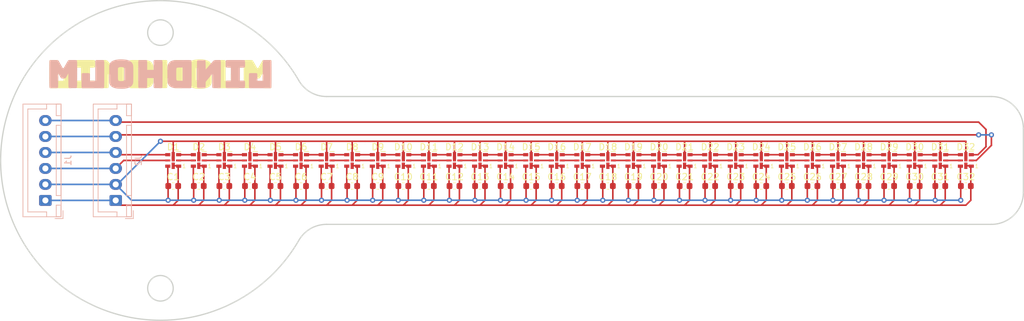
<source format=kicad_pcb>
(kicad_pcb (version 20171130) (host pcbnew 5.1.10-88a1d61d58~90~ubuntu20.04.1)
  (layers (0 F.Cu signal) (31 B.Cu signal) (34 B.Paste user) (35 F.Paste user) (36 B.SilkS user) (37 F.SilkS user) (38 B.Mask user) (39 F.Mask user) (44 Edge.Cuts user))
  (net 0 "")
  (net 1 +5V)
  (net 2 /LEDx32/LEDx16A/LEDx8A/LEDx4B/SDI)
  (net 3 /LEDx32/LEDx16A/LEDx8A/LEDx4B/CKI)
  (net 4 /LEDx32/LEDx16A/LEDx8A/LEDx4B/LEDx2A/LEDx1B/SDI)
  (net 5 /LEDx32/LEDx16A/LEDx8A/LEDx4B/LEDx2A/LEDx1B/CKI)
  (net 6 /LEDx32/LEDx16A/LEDx8A/LEDx4B/LEDx2B/SDI)
  (net 7 /LEDx32/LEDx16A/LEDx8A/LEDx4B/LEDx2B/CKI)
  (net 8 /LEDx32/LEDx16A/LEDx8A/LEDx4B/LEDx2B/LEDx1B/SDI)
  (net 9 /LEDx32/LEDx16A/LEDx8A/LEDx4B/LEDx2B/LEDx1B/CKI)
  (net 10 /LEDx32/LEDx16A/LEDx8B/CKI)
  (net 11 /LEDx32/LEDx16A/LEDx8B/SDI)
  (net 12 SKI)
  (net 13 CKI)
  (net 14 /LEDx32/LEDx16A/LEDx8A/LEDx4A/LEDx2A/LEDx1B/SDI)
  (net 15 /LEDx32/LEDx16A/LEDx8A/LEDx4A/LEDx2A/LEDx1B/CKI)
  (net 16 /LEDx32/LEDx16A/LEDx8A/LEDx4A/LEDx2B/CKI)
  (net 17 /LEDx32/LEDx16A/LEDx8A/LEDx4A/LEDx2B/SDI)
  (net 18 /LEDx32/LEDx16A/LEDx8A/LEDx4A/LEDx2B/LEDx1B/CKI)
  (net 19 /LEDx32/LEDx16A/LEDx8A/LEDx4A/LEDx2B/LEDx1B/SDI)
  (net 20 /LEDx32/LEDx16A/LEDx8B/LEDx4B/SDI)
  (net 21 /LEDx32/LEDx16A/LEDx8B/LEDx4B/CKI)
  (net 22 /LEDx32/LEDx16A/LEDx8B/LEDx4B/LEDx2A/LEDx1B/SDI)
  (net 23 /LEDx32/LEDx16A/LEDx8B/LEDx4B/LEDx2A/LEDx1B/CKI)
  (net 24 /LEDx32/LEDx16A/LEDx8B/LEDx4B/LEDx2B/CKI)
  (net 25 /LEDx32/LEDx16A/LEDx8B/LEDx4B/LEDx2B/SDI)
  (net 26 /LEDx32/LEDx16A/LEDx8B/LEDx4B/LEDx2B/LEDx1B/CKI)
  (net 27 /LEDx32/LEDx16A/LEDx8B/LEDx4B/LEDx2B/LEDx1B/SDI)
  (net 28 /LEDx32/LEDx16B/CKI)
  (net 29 /LEDx32/LEDx16B/SDI)
  (net 30 /LEDx32/LEDx16A/LEDx8B/LEDx4A/LEDx2A/LEDx1B/SDI)
  (net 31 /LEDx32/LEDx16A/LEDx8B/LEDx4A/LEDx2A/LEDx1B/CKI)
  (net 32 /LEDx32/LEDx16A/LEDx8B/LEDx4A/LEDx2B/SDI)
  (net 33 /LEDx32/LEDx16A/LEDx8B/LEDx4A/LEDx2B/CKI)
  (net 34 /LEDx32/LEDx16A/LEDx8B/LEDx4A/LEDx2B/LEDx1B/SDI)
  (net 35 /LEDx32/LEDx16A/LEDx8B/LEDx4A/LEDx2B/LEDx1B/CKI)
  (net 36 /LEDx32/LEDx16B/LEDx8A/LEDx4B/LEDx2A/LEDx1B/CKI)
  (net 37 /LEDx32/LEDx16B/LEDx8A/LEDx4B/LEDx2A/LEDx1B/SDI)
  (net 38 /LEDx32/LEDx16B/LEDx8A/LEDx4B/CKI)
  (net 39 /LEDx32/LEDx16B/LEDx8A/LEDx4B/SDI)
  (net 40 /LEDx32/LEDx16B/LEDx8A/LEDx4B/LEDx2B/SDI)
  (net 41 /LEDx32/LEDx16B/LEDx8A/LEDx4B/LEDx2B/CKI)
  (net 42 /LEDx32/LEDx16B/LEDx8A/LEDx4B/LEDx2B/LEDx1B/CKI)
  (net 43 /LEDx32/LEDx16B/LEDx8A/LEDx4B/LEDx2B/LEDx1B/SDI)
  (net 44 /LEDx32/LEDx16B/LEDx8B/SDI)
  (net 45 /LEDx32/LEDx16B/LEDx8B/CKI)
  (net 46 /LEDx32/LEDx16B/LEDx8A/LEDx4A/LEDx2A/LEDx1B/CKI)
  (net 47 /LEDx32/LEDx16B/LEDx8A/LEDx4A/LEDx2A/LEDx1B/SDI)
  (net 48 /LEDx32/LEDx16B/LEDx8A/LEDx4A/LEDx2B/SDI)
  (net 49 /LEDx32/LEDx16B/LEDx8A/LEDx4A/LEDx2B/CKI)
  (net 50 /LEDx32/LEDx16B/LEDx8A/LEDx4A/LEDx2B/LEDx1B/CKI)
  (net 51 /LEDx32/LEDx16B/LEDx8A/LEDx4A/LEDx2B/LEDx1B/SDI)
  (net 52 /LEDx32/LEDx16B/LEDx8B/LEDx4B/LEDx2A/LEDx1B/CKI)
  (net 53 /LEDx32/LEDx16B/LEDx8B/LEDx4B/LEDx2A/LEDx1B/SDI)
  (net 54 /LEDx32/LEDx16B/LEDx8B/LEDx4B/CKI)
  (net 55 /LEDx32/LEDx16B/LEDx8B/LEDx4B/SDI)
  (net 56 /LEDx32/LEDx16B/LEDx8B/LEDx4B/LEDx2B/SDI)
  (net 57 /LEDx32/LEDx16B/LEDx8B/LEDx4B/LEDx2B/CKI)
  (net 58 /LEDx32/LEDx16B/LEDx8B/LEDx4B/LEDx2B/LEDx1B/CKI)
  (net 59 /LEDx32/LEDx16B/LEDx8B/LEDx4B/LEDx2B/LEDx1B/SDI)
  (net 60 SKO)
  (net 61 CKO)
  (net 62 /LEDx32/LEDx16B/LEDx8B/LEDx4A/LEDx2A/LEDx1B/CKI)
  (net 63 /LEDx32/LEDx16B/LEDx8B/LEDx4A/LEDx2A/LEDx1B/SDI)
  (net 64 /LEDx32/LEDx16B/LEDx8B/LEDx4A/LEDx2B/SDI)
  (net 65 /LEDx32/LEDx16B/LEDx8B/LEDx4A/LEDx2B/CKI)
  (net 66 /LEDx32/LEDx16B/LEDx8B/LEDx4A/LEDx2B/LEDx1B/CKI)
  (net 67 /LEDx32/LEDx16B/LEDx8B/LEDx4A/LEDx2B/LEDx1B/SDI)
  (net 68 GND)
  (module spheara:lindholm (layer B.Cu) (at 100 86.5 180)
    (fp_text reference G*** hide)
    (fp_text value LOGO hide)
  )
  (module spheara:lindholm (layer F.Cu) (at 100 86.5)
    (fp_text reference G*** hide)
    (fp_text value LOGO hide)
  )
  (module Capacitor_SMD:C_0603_1608Metric (layer F.Cu) (at 118 104)
    (fp_text reference C5 (at 0 -1.43) (layer F.SilkS))
    (fp_text value 0.1μF)
    (pad 2 smd roundrect (at 0.775 0) (size 0.9 0.95) (layers F.Cu F.Paste F.Mask) (net 1 +5V))
    (pad 1 smd roundrect (at -0.775 0) (size 0.9 0.95) (layers F.Cu F.Paste F.Mask) (net 68 GND))
  )
  (module Capacitor_SMD:C_0603_1608Metric (layer F.Cu) (at 122 104)
    (fp_text reference C6 (at 0 -1.43) (layer F.SilkS))
    (fp_text value 0.1μF)
    (pad 2 smd roundrect (at 0.775 0) (size 0.9 0.95) (layers F.Cu F.Paste F.Mask) (net 1 +5V))
    (pad 1 smd roundrect (at -0.775 0) (size 0.9 0.95) (layers F.Cu F.Paste F.Mask) (net 68 GND))
  )
  (module Capacitor_SMD:C_0603_1608Metric (layer F.Cu) (at 126 104)
    (fp_text reference C7 (at 0 -1.43) (layer F.SilkS))
    (fp_text value 0.1μF)
    (pad 2 smd roundrect (at 0.775 0) (size 0.9 0.95) (layers F.Cu F.Paste F.Mask) (net 1 +5V))
    (pad 1 smd roundrect (at -0.775 0) (size 0.9 0.95) (layers F.Cu F.Paste F.Mask) (net 68 GND))
  )
  (module Capacitor_SMD:C_0603_1608Metric (layer F.Cu) (at 130 104)
    (fp_text reference C8 (at 0 -1.43) (layer F.SilkS))
    (fp_text value 0.1μF)
    (pad 2 smd roundrect (at 0.775 0) (size 0.9 0.95) (layers F.Cu F.Paste F.Mask) (net 1 +5V))
    (pad 1 smd roundrect (at -0.775 0) (size 0.9 0.95) (layers F.Cu F.Paste F.Mask) (net 68 GND))
  )
  (module Capacitor_SMD:C_0603_1608Metric (layer F.Cu) (at 102 104)
    (fp_text reference C1 (at 0 -1.43) (layer F.SilkS))
    (fp_text value 0.1μF)
    (pad 1 smd roundrect (at -0.775 0) (size 0.9 0.95) (layers F.Cu F.Paste F.Mask) (net 68 GND))
    (pad 2 smd roundrect (at 0.775 0) (size 0.9 0.95) (layers F.Cu F.Paste F.Mask) (net 1 +5V))
  )
  (module Capacitor_SMD:C_0603_1608Metric (layer F.Cu) (at 106 104)
    (fp_text reference C2 (at 0 -1.43) (layer F.SilkS))
    (fp_text value 0.1μF)
    (pad 1 smd roundrect (at -0.775 0) (size 0.9 0.95) (layers F.Cu F.Paste F.Mask) (net 68 GND))
    (pad 2 smd roundrect (at 0.775 0) (size 0.9 0.95) (layers F.Cu F.Paste F.Mask) (net 1 +5V))
  )
  (module Capacitor_SMD:C_0603_1608Metric (layer F.Cu) (at 110 104)
    (fp_text reference C3 (at 0 -1.43) (layer F.SilkS))
    (fp_text value 0.1μF)
    (pad 1 smd roundrect (at -0.775 0) (size 0.9 0.95) (layers F.Cu F.Paste F.Mask) (net 68 GND))
    (pad 2 smd roundrect (at 0.775 0) (size 0.9 0.95) (layers F.Cu F.Paste F.Mask) (net 1 +5V))
  )
  (module Capacitor_SMD:C_0603_1608Metric (layer F.Cu) (at 114 104)
    (fp_text reference C4 (at 0 -1.43) (layer F.SilkS))
    (fp_text value 0.1μF)
    (pad 1 smd roundrect (at -0.775 0) (size 0.9 0.95) (layers F.Cu F.Paste F.Mask) (net 68 GND))
    (pad 2 smd roundrect (at 0.775 0) (size 0.9 0.95) (layers F.Cu F.Paste F.Mask) (net 1 +5V))
  )
  (module Capacitor_SMD:C_0603_1608Metric (layer F.Cu) (at 150 104)
    (fp_text reference C13 (at 0 -1.43) (layer F.SilkS))
    (fp_text value 0.1μF)
    (pad 2 smd roundrect (at 0.775 0) (size 0.9 0.95) (layers F.Cu F.Paste F.Mask) (net 1 +5V))
    (pad 1 smd roundrect (at -0.775 0) (size 0.9 0.95) (layers F.Cu F.Paste F.Mask) (net 68 GND))
  )
  (module Capacitor_SMD:C_0603_1608Metric (layer F.Cu) (at 154 104)
    (fp_text reference C14 (at 0 -1.43) (layer F.SilkS))
    (fp_text value 0.1μF)
    (pad 2 smd roundrect (at 0.775 0) (size 0.9 0.95) (layers F.Cu F.Paste F.Mask) (net 1 +5V))
    (pad 1 smd roundrect (at -0.775 0) (size 0.9 0.95) (layers F.Cu F.Paste F.Mask) (net 68 GND))
  )
  (module Capacitor_SMD:C_0603_1608Metric (layer F.Cu) (at 158 104)
    (fp_text reference C15 (at 0 -1.43) (layer F.SilkS))
    (fp_text value 0.1μF)
    (pad 1 smd roundrect (at -0.775 0) (size 0.9 0.95) (layers F.Cu F.Paste F.Mask) (net 68 GND))
    (pad 2 smd roundrect (at 0.775 0) (size 0.9 0.95) (layers F.Cu F.Paste F.Mask) (net 1 +5V))
  )
  (module Capacitor_SMD:C_0603_1608Metric (layer F.Cu) (at 162 104)
    (fp_text reference C16 (at 0 -1.43) (layer F.SilkS))
    (fp_text value 0.1μF)
    (pad 2 smd roundrect (at 0.775 0) (size 0.9 0.95) (layers F.Cu F.Paste F.Mask) (net 1 +5V))
    (pad 1 smd roundrect (at -0.775 0) (size 0.9 0.95) (layers F.Cu F.Paste F.Mask) (net 68 GND))
  )
  (module Capacitor_SMD:C_0603_1608Metric (layer F.Cu) (at 134 104)
    (fp_text reference C9 (at 0 -1.43) (layer F.SilkS))
    (fp_text value 0.1μF)
    (pad 1 smd roundrect (at -0.775 0) (size 0.9 0.95) (layers F.Cu F.Paste F.Mask) (net 68 GND))
    (pad 2 smd roundrect (at 0.775 0) (size 0.9 0.95) (layers F.Cu F.Paste F.Mask) (net 1 +5V))
  )
  (module Capacitor_SMD:C_0603_1608Metric (layer F.Cu) (at 138 104)
    (fp_text reference C10 (at 0 -1.43) (layer F.SilkS))
    (fp_text value 0.1μF)
    (pad 1 smd roundrect (at -0.775 0) (size 0.9 0.95) (layers F.Cu F.Paste F.Mask) (net 68 GND))
    (pad 2 smd roundrect (at 0.775 0) (size 0.9 0.95) (layers F.Cu F.Paste F.Mask) (net 1 +5V))
  )
  (module Capacitor_SMD:C_0603_1608Metric (layer F.Cu) (at 142 104)
    (fp_text reference C11 (at 0 -1.43) (layer F.SilkS))
    (fp_text value 0.1μF)
    (pad 2 smd roundrect (at 0.775 0) (size 0.9 0.95) (layers F.Cu F.Paste F.Mask) (net 1 +5V))
    (pad 1 smd roundrect (at -0.775 0) (size 0.9 0.95) (layers F.Cu F.Paste F.Mask) (net 68 GND))
  )
  (module Capacitor_SMD:C_0603_1608Metric (layer F.Cu) (at 146 104)
    (fp_text reference C12 (at 0 -1.43) (layer F.SilkS))
    (fp_text value 0.1μF)
    (pad 1 smd roundrect (at -0.775 0) (size 0.9 0.95) (layers F.Cu F.Paste F.Mask) (net 68 GND))
    (pad 2 smd roundrect (at 0.775 0) (size 0.9 0.95) (layers F.Cu F.Paste F.Mask) (net 1 +5V))
  )
  (module Capacitor_SMD:C_0603_1608Metric (layer F.Cu) (at 182 104)
    (fp_text reference C21 (at 0 -1.43) (layer F.SilkS))
    (fp_text value 0.1μF)
    (pad 2 smd roundrect (at 0.775 0) (size 0.9 0.95) (layers F.Cu F.Paste F.Mask) (net 1 +5V))
    (pad 1 smd roundrect (at -0.775 0) (size 0.9 0.95) (layers F.Cu F.Paste F.Mask) (net 68 GND))
  )
  (module Capacitor_SMD:C_0603_1608Metric (layer F.Cu) (at 186 104)
    (fp_text reference C22 (at 0 -1.43) (layer F.SilkS))
    (fp_text value 0.1μF)
    (pad 2 smd roundrect (at 0.775 0) (size 0.9 0.95) (layers F.Cu F.Paste F.Mask) (net 1 +5V))
    (pad 1 smd roundrect (at -0.775 0) (size 0.9 0.95) (layers F.Cu F.Paste F.Mask) (net 68 GND))
  )
  (module Capacitor_SMD:C_0603_1608Metric (layer F.Cu) (at 190 104)
    (fp_text reference C23 (at 0 -1.43) (layer F.SilkS))
    (fp_text value 0.1μF)
    (pad 2 smd roundrect (at 0.775 0) (size 0.9 0.95) (layers F.Cu F.Paste F.Mask) (net 1 +5V))
    (pad 1 smd roundrect (at -0.775 0) (size 0.9 0.95) (layers F.Cu F.Paste F.Mask) (net 68 GND))
  )
  (module Capacitor_SMD:C_0603_1608Metric (layer F.Cu) (at 194 104)
    (fp_text reference C24 (at 0 -1.43) (layer F.SilkS))
    (fp_text value 0.1μF)
    (pad 2 smd roundrect (at 0.775 0) (size 0.9 0.95) (layers F.Cu F.Paste F.Mask) (net 1 +5V))
    (pad 1 smd roundrect (at -0.775 0) (size 0.9 0.95) (layers F.Cu F.Paste F.Mask) (net 68 GND))
  )
  (module Capacitor_SMD:C_0603_1608Metric (layer F.Cu) (at 166 104)
    (fp_text reference C17 (at 0 -1.43) (layer F.SilkS))
    (fp_text value 0.1μF)
    (pad 2 smd roundrect (at 0.775 0) (size 0.9 0.95) (layers F.Cu F.Paste F.Mask) (net 1 +5V))
    (pad 1 smd roundrect (at -0.775 0) (size 0.9 0.95) (layers F.Cu F.Paste F.Mask) (net 68 GND))
  )
  (module Capacitor_SMD:C_0603_1608Metric (layer F.Cu) (at 170 104)
    (fp_text reference C18 (at 0 -1.43) (layer F.SilkS))
    (fp_text value 0.1μF)
    (pad 2 smd roundrect (at 0.775 0) (size 0.9 0.95) (layers F.Cu F.Paste F.Mask) (net 1 +5V))
    (pad 1 smd roundrect (at -0.775 0) (size 0.9 0.95) (layers F.Cu F.Paste F.Mask) (net 68 GND))
  )
  (module Capacitor_SMD:C_0603_1608Metric (layer F.Cu) (at 174 104)
    (fp_text reference C19 (at 0 -1.43) (layer F.SilkS))
    (fp_text value 0.1μF)
    (pad 2 smd roundrect (at 0.775 0) (size 0.9 0.95) (layers F.Cu F.Paste F.Mask) (net 1 +5V))
    (pad 1 smd roundrect (at -0.775 0) (size 0.9 0.95) (layers F.Cu F.Paste F.Mask) (net 68 GND))
  )
  (module Capacitor_SMD:C_0603_1608Metric (layer F.Cu) (at 178 104)
    (fp_text reference C20 (at 0 -1.43) (layer F.SilkS))
    (fp_text value 0.1μF)
    (pad 2 smd roundrect (at 0.775 0) (size 0.9 0.95) (layers F.Cu F.Paste F.Mask) (net 1 +5V))
    (pad 1 smd roundrect (at -0.775 0) (size 0.9 0.95) (layers F.Cu F.Paste F.Mask) (net 68 GND))
  )
  (module Capacitor_SMD:C_0603_1608Metric (layer F.Cu) (at 214 104)
    (fp_text reference C29 (at 0 -1.43) (layer F.SilkS))
    (fp_text value 0.1μF)
    (pad 1 smd roundrect (at -0.775 0) (size 0.9 0.95) (layers F.Cu F.Paste F.Mask) (net 68 GND))
    (pad 2 smd roundrect (at 0.775 0) (size 0.9 0.95) (layers F.Cu F.Paste F.Mask) (net 1 +5V))
  )
  (module Capacitor_SMD:C_0603_1608Metric (layer F.Cu) (at 218 104)
    (fp_text reference C30 (at 0 -1.43) (layer F.SilkS))
    (fp_text value 0.1μF)
    (pad 1 smd roundrect (at -0.775 0) (size 0.9 0.95) (layers F.Cu F.Paste F.Mask) (net 68 GND))
    (pad 2 smd roundrect (at 0.775 0) (size 0.9 0.95) (layers F.Cu F.Paste F.Mask) (net 1 +5V))
  )
  (module Capacitor_SMD:C_0603_1608Metric (layer F.Cu) (at 222 104)
    (fp_text reference C31 (at 0 -1.43) (layer F.SilkS))
    (fp_text value 0.1μF)
    (pad 1 smd roundrect (at -0.775 0) (size 0.9 0.95) (layers F.Cu F.Paste F.Mask) (net 68 GND))
    (pad 2 smd roundrect (at 0.775 0) (size 0.9 0.95) (layers F.Cu F.Paste F.Mask) (net 1 +5V))
  )
  (module Capacitor_SMD:C_0603_1608Metric (layer F.Cu) (at 226 104)
    (fp_text reference C32 (at 0 -1.43) (layer F.SilkS))
    (fp_text value 0.1μF)
    (pad 1 smd roundrect (at -0.775 0) (size 0.9 0.95) (layers F.Cu F.Paste F.Mask) (net 68 GND))
    (pad 2 smd roundrect (at 0.775 0) (size 0.9 0.95) (layers F.Cu F.Paste F.Mask) (net 1 +5V))
  )
  (module Capacitor_SMD:C_0603_1608Metric (layer F.Cu) (at 198 104)
    (fp_text reference C25 (at 0 -1.43) (layer F.SilkS))
    (fp_text value 0.1μF)
    (pad 1 smd roundrect (at -0.775 0) (size 0.9 0.95) (layers F.Cu F.Paste F.Mask) (net 68 GND))
    (pad 2 smd roundrect (at 0.775 0) (size 0.9 0.95) (layers F.Cu F.Paste F.Mask) (net 1 +5V))
  )
  (module Capacitor_SMD:C_0603_1608Metric (layer F.Cu) (at 202 104)
    (fp_text reference C26 (at 0 -1.43) (layer F.SilkS))
    (fp_text value 0.1μF)
    (pad 1 smd roundrect (at -0.775 0) (size 0.9 0.95) (layers F.Cu F.Paste F.Mask) (net 68 GND))
    (pad 2 smd roundrect (at 0.775 0) (size 0.9 0.95) (layers F.Cu F.Paste F.Mask) (net 1 +5V))
  )
  (module Capacitor_SMD:C_0603_1608Metric (layer F.Cu) (at 206 104)
    (fp_text reference C27 (at 0 -1.43) (layer F.SilkS))
    (fp_text value 0.1μF)
    (pad 1 smd roundrect (at -0.775 0) (size 0.9 0.95) (layers F.Cu F.Paste F.Mask) (net 68 GND))
    (pad 2 smd roundrect (at 0.775 0) (size 0.9 0.95) (layers F.Cu F.Paste F.Mask) (net 1 +5V))
  )
  (module Capacitor_SMD:C_0603_1608Metric (layer F.Cu) (at 210 104)
    (fp_text reference C28 (at 0 -1.43) (layer F.SilkS))
    (fp_text value 0.1μF)
    (pad 1 smd roundrect (at -0.775 0) (size 0.9 0.95) (layers F.Cu F.Paste F.Mask) (net 68 GND))
    (pad 2 smd roundrect (at 0.775 0) (size 0.9 0.95) (layers F.Cu F.Paste F.Mask) (net 1 +5V))
  )
  (module LED_SMD:LED-APA102-2020 (layer F.Cu) (at 118 100 180)
    (fp_text reference D5 (at 0 2.11) (layer F.SilkS))
    (fp_text value APA102-2020)
    (fp_text user 1 (at -1.7 -0.9) (layer F.SilkS) (effects (font (size 0.6 0.6) (thickness 0.1))))
    (pad 6 smd rect (at 0 0.59 270) (size 1.48 0.5) (layers F.Cu F.Paste F.Mask) (net 68 GND))
    (pad 1 smd rect (at 0 -0.83 270) (size 1 0.5) (layers F.Cu F.Paste F.Mask) (net 1 +5V))
    (pad 6 smd rect (at 0.85 -0.9 180) (size 0.8 0.5) (layers F.Cu F.Paste F.Mask) (net 68 GND))
    (pad 4 smd rect (at 0.85 0.9 180) (size 0.8 0.5) (layers F.Cu F.Paste F.Mask) (net 2 /LEDx32/LEDx16A/LEDx8A/LEDx4B/SDI))
    (pad 5 smd rect (at 0.85 0 180) (size 0.8 0.3) (layers F.Cu F.Paste F.Mask) (net 3 /LEDx32/LEDx16A/LEDx8A/LEDx4B/CKI))
    (pad 3 smd rect (at -0.85 0.9 180) (size 0.8 0.5) (layers F.Cu F.Paste F.Mask) (net 4 /LEDx32/LEDx16A/LEDx8A/LEDx4B/LEDx2A/LEDx1B/SDI))
    (pad 2 smd rect (at -0.85 0 180) (size 0.8 0.3) (layers F.Cu F.Paste F.Mask) (net 5 /LEDx32/LEDx16A/LEDx8A/LEDx4B/LEDx2A/LEDx1B/CKI))
    (pad 1 smd rect (at -0.85 -0.9 180) (size 0.8 0.5) (layers F.Cu F.Paste F.Mask) (net 1 +5V))
  )
  (module LED_SMD:LED-APA102-2020 (layer F.Cu) (at 122 100 180)
    (fp_text reference D6 (at 0 2.11) (layer F.SilkS))
    (fp_text value APA102-2020)
    (fp_text user 1 (at -1.7 -0.9) (layer F.SilkS) (effects (font (size 0.6 0.6) (thickness 0.1))))
    (pad 6 smd rect (at 0 0.59 270) (size 1.48 0.5) (layers F.Cu F.Paste F.Mask) (net 68 GND))
    (pad 1 smd rect (at 0 -0.83 270) (size 1 0.5) (layers F.Cu F.Paste F.Mask) (net 1 +5V))
    (pad 6 smd rect (at 0.85 -0.9 180) (size 0.8 0.5) (layers F.Cu F.Paste F.Mask) (net 68 GND))
    (pad 4 smd rect (at 0.85 0.9 180) (size 0.8 0.5) (layers F.Cu F.Paste F.Mask) (net 4 /LEDx32/LEDx16A/LEDx8A/LEDx4B/LEDx2A/LEDx1B/SDI))
    (pad 5 smd rect (at 0.85 0 180) (size 0.8 0.3) (layers F.Cu F.Paste F.Mask) (net 5 /LEDx32/LEDx16A/LEDx8A/LEDx4B/LEDx2A/LEDx1B/CKI))
    (pad 3 smd rect (at -0.85 0.9 180) (size 0.8 0.5) (layers F.Cu F.Paste F.Mask) (net 6 /LEDx32/LEDx16A/LEDx8A/LEDx4B/LEDx2B/SDI))
    (pad 2 smd rect (at -0.85 0 180) (size 0.8 0.3) (layers F.Cu F.Paste F.Mask) (net 7 /LEDx32/LEDx16A/LEDx8A/LEDx4B/LEDx2B/CKI))
    (pad 1 smd rect (at -0.85 -0.9 180) (size 0.8 0.5) (layers F.Cu F.Paste F.Mask) (net 1 +5V))
  )
  (module LED_SMD:LED-APA102-2020 (layer F.Cu) (at 126 100 180)
    (fp_text reference D7 (at 0 2.11) (layer F.SilkS))
    (fp_text value APA102-2020)
    (fp_text user 1 (at -1.7 -0.9) (layer F.SilkS) (effects (font (size 0.6 0.6) (thickness 0.1))))
    (pad 6 smd rect (at 0 0.59 270) (size 1.48 0.5) (layers F.Cu F.Paste F.Mask) (net 68 GND))
    (pad 1 smd rect (at 0 -0.83 270) (size 1 0.5) (layers F.Cu F.Paste F.Mask) (net 1 +5V))
    (pad 6 smd rect (at 0.85 -0.9 180) (size 0.8 0.5) (layers F.Cu F.Paste F.Mask) (net 68 GND))
    (pad 4 smd rect (at 0.85 0.9 180) (size 0.8 0.5) (layers F.Cu F.Paste F.Mask) (net 6 /LEDx32/LEDx16A/LEDx8A/LEDx4B/LEDx2B/SDI))
    (pad 5 smd rect (at 0.85 0 180) (size 0.8 0.3) (layers F.Cu F.Paste F.Mask) (net 7 /LEDx32/LEDx16A/LEDx8A/LEDx4B/LEDx2B/CKI))
    (pad 3 smd rect (at -0.85 0.9 180) (size 0.8 0.5) (layers F.Cu F.Paste F.Mask) (net 8 /LEDx32/LEDx16A/LEDx8A/LEDx4B/LEDx2B/LEDx1B/SDI))
    (pad 2 smd rect (at -0.85 0 180) (size 0.8 0.3) (layers F.Cu F.Paste F.Mask) (net 9 /LEDx32/LEDx16A/LEDx8A/LEDx4B/LEDx2B/LEDx1B/CKI))
    (pad 1 smd rect (at -0.85 -0.9 180) (size 0.8 0.5) (layers F.Cu F.Paste F.Mask) (net 1 +5V))
  )
  (module LED_SMD:LED-APA102-2020 (layer F.Cu) (at 130 100 180)
    (fp_text reference D8 (at 0 2.11) (layer F.SilkS))
    (fp_text value APA102-2020)
    (fp_text user 1 (at -1.7 -0.9) (layer F.SilkS) (effects (font (size 0.6 0.6) (thickness 0.1))))
    (pad 1 smd rect (at -0.85 -0.9 180) (size 0.8 0.5) (layers F.Cu F.Paste F.Mask) (net 1 +5V))
    (pad 2 smd rect (at -0.85 0 180) (size 0.8 0.3) (layers F.Cu F.Paste F.Mask) (net 10 /LEDx32/LEDx16A/LEDx8B/CKI))
    (pad 3 smd rect (at -0.85 0.9 180) (size 0.8 0.5) (layers F.Cu F.Paste F.Mask) (net 11 /LEDx32/LEDx16A/LEDx8B/SDI))
    (pad 5 smd rect (at 0.85 0 180) (size 0.8 0.3) (layers F.Cu F.Paste F.Mask) (net 9 /LEDx32/LEDx16A/LEDx8A/LEDx4B/LEDx2B/LEDx1B/CKI))
    (pad 4 smd rect (at 0.85 0.9 180) (size 0.8 0.5) (layers F.Cu F.Paste F.Mask) (net 8 /LEDx32/LEDx16A/LEDx8A/LEDx4B/LEDx2B/LEDx1B/SDI))
    (pad 6 smd rect (at 0.85 -0.9 180) (size 0.8 0.5) (layers F.Cu F.Paste F.Mask) (net 68 GND))
    (pad 1 smd rect (at 0 -0.83 270) (size 1 0.5) (layers F.Cu F.Paste F.Mask) (net 1 +5V))
    (pad 6 smd rect (at 0 0.59 270) (size 1.48 0.5) (layers F.Cu F.Paste F.Mask) (net 68 GND))
  )
  (module LED_SMD:LED-APA102-2020 (layer F.Cu) (at 102 100 180)
    (fp_text reference D1 (at 0 2.11) (layer F.SilkS))
    (fp_text value APA102-2020)
    (fp_text user 1 (at -1.7 -0.9) (layer F.SilkS) (effects (font (size 0.6 0.6) (thickness 0.1))))
    (pad 6 smd rect (at 0 0.59 270) (size 1.48 0.5) (layers F.Cu F.Paste F.Mask) (net 68 GND))
    (pad 1 smd rect (at 0 -0.83 270) (size 1 0.5) (layers F.Cu F.Paste F.Mask) (net 1 +5V))
    (pad 6 smd rect (at 0.85 -0.9 180) (size 0.8 0.5) (layers F.Cu F.Paste F.Mask) (net 68 GND))
    (pad 4 smd rect (at 0.85 0.9 180) (size 0.8 0.5) (layers F.Cu F.Paste F.Mask) (net 12 SKI))
    (pad 5 smd rect (at 0.85 0 180) (size 0.8 0.3) (layers F.Cu F.Paste F.Mask) (net 13 CKI))
    (pad 3 smd rect (at -0.85 0.9 180) (size 0.8 0.5) (layers F.Cu F.Paste F.Mask) (net 14 /LEDx32/LEDx16A/LEDx8A/LEDx4A/LEDx2A/LEDx1B/SDI))
    (pad 2 smd rect (at -0.85 0 180) (size 0.8 0.3) (layers F.Cu F.Paste F.Mask) (net 15 /LEDx32/LEDx16A/LEDx8A/LEDx4A/LEDx2A/LEDx1B/CKI))
    (pad 1 smd rect (at -0.85 -0.9 180) (size 0.8 0.5) (layers F.Cu F.Paste F.Mask) (net 1 +5V))
  )
  (module LED_SMD:LED-APA102-2020 (layer F.Cu) (at 106 100 180)
    (fp_text reference D2 (at 0 2.11) (layer F.SilkS))
    (fp_text value APA102-2020)
    (fp_text user 1 (at -1.7 -0.9) (layer F.SilkS) (effects (font (size 0.6 0.6) (thickness 0.1))))
    (pad 1 smd rect (at -0.85 -0.9 180) (size 0.8 0.5) (layers F.Cu F.Paste F.Mask) (net 1 +5V))
    (pad 2 smd rect (at -0.85 0 180) (size 0.8 0.3) (layers F.Cu F.Paste F.Mask) (net 16 /LEDx32/LEDx16A/LEDx8A/LEDx4A/LEDx2B/CKI))
    (pad 3 smd rect (at -0.85 0.9 180) (size 0.8 0.5) (layers F.Cu F.Paste F.Mask) (net 17 /LEDx32/LEDx16A/LEDx8A/LEDx4A/LEDx2B/SDI))
    (pad 5 smd rect (at 0.85 0 180) (size 0.8 0.3) (layers F.Cu F.Paste F.Mask) (net 15 /LEDx32/LEDx16A/LEDx8A/LEDx4A/LEDx2A/LEDx1B/CKI))
    (pad 4 smd rect (at 0.85 0.9 180) (size 0.8 0.5) (layers F.Cu F.Paste F.Mask) (net 14 /LEDx32/LEDx16A/LEDx8A/LEDx4A/LEDx2A/LEDx1B/SDI))
    (pad 6 smd rect (at 0.85 -0.9 180) (size 0.8 0.5) (layers F.Cu F.Paste F.Mask) (net 68 GND))
    (pad 1 smd rect (at 0 -0.83 270) (size 1 0.5) (layers F.Cu F.Paste F.Mask) (net 1 +5V))
    (pad 6 smd rect (at 0 0.59 270) (size 1.48 0.5) (layers F.Cu F.Paste F.Mask) (net 68 GND))
  )
  (module LED_SMD:LED-APA102-2020 (layer F.Cu) (at 110 100 180)
    (fp_text reference D3 (at 0 2.11) (layer F.SilkS))
    (fp_text value APA102-2020)
    (fp_text user 1 (at -1.7 -0.9) (layer F.SilkS) (effects (font (size 0.6 0.6) (thickness 0.1))))
    (pad 1 smd rect (at -0.85 -0.9 180) (size 0.8 0.5) (layers F.Cu F.Paste F.Mask) (net 1 +5V))
    (pad 2 smd rect (at -0.85 0 180) (size 0.8 0.3) (layers F.Cu F.Paste F.Mask) (net 18 /LEDx32/LEDx16A/LEDx8A/LEDx4A/LEDx2B/LEDx1B/CKI))
    (pad 3 smd rect (at -0.85 0.9 180) (size 0.8 0.5) (layers F.Cu F.Paste F.Mask) (net 19 /LEDx32/LEDx16A/LEDx8A/LEDx4A/LEDx2B/LEDx1B/SDI))
    (pad 5 smd rect (at 0.85 0 180) (size 0.8 0.3) (layers F.Cu F.Paste F.Mask) (net 16 /LEDx32/LEDx16A/LEDx8A/LEDx4A/LEDx2B/CKI))
    (pad 4 smd rect (at 0.85 0.9 180) (size 0.8 0.5) (layers F.Cu F.Paste F.Mask) (net 17 /LEDx32/LEDx16A/LEDx8A/LEDx4A/LEDx2B/SDI))
    (pad 6 smd rect (at 0.85 -0.9 180) (size 0.8 0.5) (layers F.Cu F.Paste F.Mask) (net 68 GND))
    (pad 1 smd rect (at 0 -0.83 270) (size 1 0.5) (layers F.Cu F.Paste F.Mask) (net 1 +5V))
    (pad 6 smd rect (at 0 0.59 270) (size 1.48 0.5) (layers F.Cu F.Paste F.Mask) (net 68 GND))
  )
  (module LED_SMD:LED-APA102-2020 (layer F.Cu) (at 114 100 180)
    (fp_text reference D4 (at 0 2.11) (layer F.SilkS))
    (fp_text value APA102-2020)
    (fp_text user 1 (at -1.7 -0.9) (layer F.SilkS) (effects (font (size 0.6 0.6) (thickness 0.1))))
    (pad 6 smd rect (at 0 0.59 270) (size 1.48 0.5) (layers F.Cu F.Paste F.Mask) (net 68 GND))
    (pad 1 smd rect (at 0 -0.83 270) (size 1 0.5) (layers F.Cu F.Paste F.Mask) (net 1 +5V))
    (pad 6 smd rect (at 0.85 -0.9 180) (size 0.8 0.5) (layers F.Cu F.Paste F.Mask) (net 68 GND))
    (pad 4 smd rect (at 0.85 0.9 180) (size 0.8 0.5) (layers F.Cu F.Paste F.Mask) (net 19 /LEDx32/LEDx16A/LEDx8A/LEDx4A/LEDx2B/LEDx1B/SDI))
    (pad 5 smd rect (at 0.85 0 180) (size 0.8 0.3) (layers F.Cu F.Paste F.Mask) (net 18 /LEDx32/LEDx16A/LEDx8A/LEDx4A/LEDx2B/LEDx1B/CKI))
    (pad 3 smd rect (at -0.85 0.9 180) (size 0.8 0.5) (layers F.Cu F.Paste F.Mask) (net 2 /LEDx32/LEDx16A/LEDx8A/LEDx4B/SDI))
    (pad 2 smd rect (at -0.85 0 180) (size 0.8 0.3) (layers F.Cu F.Paste F.Mask) (net 3 /LEDx32/LEDx16A/LEDx8A/LEDx4B/CKI))
    (pad 1 smd rect (at -0.85 -0.9 180) (size 0.8 0.5) (layers F.Cu F.Paste F.Mask) (net 1 +5V))
  )
  (module LED_SMD:LED-APA102-2020 (layer F.Cu) (at 150 100 180)
    (fp_text reference D13 (at 0 2.11) (layer F.SilkS))
    (fp_text value APA102-2020)
    (fp_text user 1 (at -1.7 -0.9) (layer F.SilkS) (effects (font (size 0.6 0.6) (thickness 0.1))))
    (pad 6 smd rect (at 0 0.59 270) (size 1.48 0.5) (layers F.Cu F.Paste F.Mask) (net 68 GND))
    (pad 1 smd rect (at 0 -0.83 270) (size 1 0.5) (layers F.Cu F.Paste F.Mask) (net 1 +5V))
    (pad 6 smd rect (at 0.85 -0.9 180) (size 0.8 0.5) (layers F.Cu F.Paste F.Mask) (net 68 GND))
    (pad 4 smd rect (at 0.85 0.9 180) (size 0.8 0.5) (layers F.Cu F.Paste F.Mask) (net 20 /LEDx32/LEDx16A/LEDx8B/LEDx4B/SDI))
    (pad 5 smd rect (at 0.85 0 180) (size 0.8 0.3) (layers F.Cu F.Paste F.Mask) (net 21 /LEDx32/LEDx16A/LEDx8B/LEDx4B/CKI))
    (pad 3 smd rect (at -0.85 0.9 180) (size 0.8 0.5) (layers F.Cu F.Paste F.Mask) (net 22 /LEDx32/LEDx16A/LEDx8B/LEDx4B/LEDx2A/LEDx1B/SDI))
    (pad 2 smd rect (at -0.85 0 180) (size 0.8 0.3) (layers F.Cu F.Paste F.Mask) (net 23 /LEDx32/LEDx16A/LEDx8B/LEDx4B/LEDx2A/LEDx1B/CKI))
    (pad 1 smd rect (at -0.85 -0.9 180) (size 0.8 0.5) (layers F.Cu F.Paste F.Mask) (net 1 +5V))
  )
  (module LED_SMD:LED-APA102-2020 (layer F.Cu) (at 154 100 180)
    (fp_text reference D14 (at 0 2.11) (layer F.SilkS))
    (fp_text value APA102-2020)
    (fp_text user 1 (at -1.7 -0.9) (layer F.SilkS) (effects (font (size 0.6 0.6) (thickness 0.1))))
    (pad 1 smd rect (at -0.85 -0.9 180) (size 0.8 0.5) (layers F.Cu F.Paste F.Mask) (net 1 +5V))
    (pad 2 smd rect (at -0.85 0 180) (size 0.8 0.3) (layers F.Cu F.Paste F.Mask) (net 24 /LEDx32/LEDx16A/LEDx8B/LEDx4B/LEDx2B/CKI))
    (pad 3 smd rect (at -0.85 0.9 180) (size 0.8 0.5) (layers F.Cu F.Paste F.Mask) (net 25 /LEDx32/LEDx16A/LEDx8B/LEDx4B/LEDx2B/SDI))
    (pad 5 smd rect (at 0.85 0 180) (size 0.8 0.3) (layers F.Cu F.Paste F.Mask) (net 23 /LEDx32/LEDx16A/LEDx8B/LEDx4B/LEDx2A/LEDx1B/CKI))
    (pad 4 smd rect (at 0.85 0.9 180) (size 0.8 0.5) (layers F.Cu F.Paste F.Mask) (net 22 /LEDx32/LEDx16A/LEDx8B/LEDx4B/LEDx2A/LEDx1B/SDI))
    (pad 6 smd rect (at 0.85 -0.9 180) (size 0.8 0.5) (layers F.Cu F.Paste F.Mask) (net 68 GND))
    (pad 1 smd rect (at 0 -0.83 270) (size 1 0.5) (layers F.Cu F.Paste F.Mask) (net 1 +5V))
    (pad 6 smd rect (at 0 0.59 270) (size 1.48 0.5) (layers F.Cu F.Paste F.Mask) (net 68 GND))
  )
  (module LED_SMD:LED-APA102-2020 (layer F.Cu) (at 158 100 180)
    (fp_text reference D15 (at 0 2.11) (layer F.SilkS))
    (fp_text value APA102-2020)
    (fp_text user 1 (at -1.7 -0.9) (layer F.SilkS) (effects (font (size 0.6 0.6) (thickness 0.1))))
    (pad 1 smd rect (at -0.85 -0.9 180) (size 0.8 0.5) (layers F.Cu F.Paste F.Mask) (net 1 +5V))
    (pad 2 smd rect (at -0.85 0 180) (size 0.8 0.3) (layers F.Cu F.Paste F.Mask) (net 26 /LEDx32/LEDx16A/LEDx8B/LEDx4B/LEDx2B/LEDx1B/CKI))
    (pad 3 smd rect (at -0.85 0.9 180) (size 0.8 0.5) (layers F.Cu F.Paste F.Mask) (net 27 /LEDx32/LEDx16A/LEDx8B/LEDx4B/LEDx2B/LEDx1B/SDI))
    (pad 5 smd rect (at 0.85 0 180) (size 0.8 0.3) (layers F.Cu F.Paste F.Mask) (net 24 /LEDx32/LEDx16A/LEDx8B/LEDx4B/LEDx2B/CKI))
    (pad 4 smd rect (at 0.85 0.9 180) (size 0.8 0.5) (layers F.Cu F.Paste F.Mask) (net 25 /LEDx32/LEDx16A/LEDx8B/LEDx4B/LEDx2B/SDI))
    (pad 6 smd rect (at 0.85 -0.9 180) (size 0.8 0.5) (layers F.Cu F.Paste F.Mask) (net 68 GND))
    (pad 1 smd rect (at 0 -0.83 270) (size 1 0.5) (layers F.Cu F.Paste F.Mask) (net 1 +5V))
    (pad 6 smd rect (at 0 0.59 270) (size 1.48 0.5) (layers F.Cu F.Paste F.Mask) (net 68 GND))
  )
  (module LED_SMD:LED-APA102-2020 (layer F.Cu) (at 162 100 180)
    (fp_text reference D16 (at 0 2.11) (layer F.SilkS))
    (fp_text value APA102-2020)
    (fp_text user 1 (at -1.7 -0.9) (layer F.SilkS) (effects (font (size 0.6 0.6) (thickness 0.1))))
    (pad 1 smd rect (at -0.85 -0.9 180) (size 0.8 0.5) (layers F.Cu F.Paste F.Mask) (net 1 +5V))
    (pad 2 smd rect (at -0.85 0 180) (size 0.8 0.3) (layers F.Cu F.Paste F.Mask) (net 28 /LEDx32/LEDx16B/CKI))
    (pad 3 smd rect (at -0.85 0.9 180) (size 0.8 0.5) (layers F.Cu F.Paste F.Mask) (net 29 /LEDx32/LEDx16B/SDI))
    (pad 5 smd rect (at 0.85 0 180) (size 0.8 0.3) (layers F.Cu F.Paste F.Mask) (net 26 /LEDx32/LEDx16A/LEDx8B/LEDx4B/LEDx2B/LEDx1B/CKI))
    (pad 4 smd rect (at 0.85 0.9 180) (size 0.8 0.5) (layers F.Cu F.Paste F.Mask) (net 27 /LEDx32/LEDx16A/LEDx8B/LEDx4B/LEDx2B/LEDx1B/SDI))
    (pad 6 smd rect (at 0.85 -0.9 180) (size 0.8 0.5) (layers F.Cu F.Paste F.Mask) (net 68 GND))
    (pad 1 smd rect (at 0 -0.83 270) (size 1 0.5) (layers F.Cu F.Paste F.Mask) (net 1 +5V))
    (pad 6 smd rect (at 0 0.59 270) (size 1.48 0.5) (layers F.Cu F.Paste F.Mask) (net 68 GND))
  )
  (module LED_SMD:LED-APA102-2020 (layer F.Cu) (at 134 100 180)
    (fp_text reference D9 (at 0 2.11) (layer F.SilkS))
    (fp_text value APA102-2020)
    (fp_text user 1 (at -1.7 -0.9) (layer F.SilkS) (effects (font (size 0.6 0.6) (thickness 0.1))))
    (pad 6 smd rect (at 0 0.59 270) (size 1.48 0.5) (layers F.Cu F.Paste F.Mask) (net 68 GND))
    (pad 1 smd rect (at 0 -0.83 270) (size 1 0.5) (layers F.Cu F.Paste F.Mask) (net 1 +5V))
    (pad 6 smd rect (at 0.85 -0.9 180) (size 0.8 0.5) (layers F.Cu F.Paste F.Mask) (net 68 GND))
    (pad 4 smd rect (at 0.85 0.9 180) (size 0.8 0.5) (layers F.Cu F.Paste F.Mask) (net 11 /LEDx32/LEDx16A/LEDx8B/SDI))
    (pad 5 smd rect (at 0.85 0 180) (size 0.8 0.3) (layers F.Cu F.Paste F.Mask) (net 10 /LEDx32/LEDx16A/LEDx8B/CKI))
    (pad 3 smd rect (at -0.85 0.9 180) (size 0.8 0.5) (layers F.Cu F.Paste F.Mask) (net 30 /LEDx32/LEDx16A/LEDx8B/LEDx4A/LEDx2A/LEDx1B/SDI))
    (pad 2 smd rect (at -0.85 0 180) (size 0.8 0.3) (layers F.Cu F.Paste F.Mask) (net 31 /LEDx32/LEDx16A/LEDx8B/LEDx4A/LEDx2A/LEDx1B/CKI))
    (pad 1 smd rect (at -0.85 -0.9 180) (size 0.8 0.5) (layers F.Cu F.Paste F.Mask) (net 1 +5V))
  )
  (module LED_SMD:LED-APA102-2020 (layer F.Cu) (at 138 100 180)
    (fp_text reference D10 (at 0 2.11) (layer F.SilkS))
    (fp_text value APA102-2020)
    (fp_text user 1 (at -1.7 -0.9) (layer F.SilkS) (effects (font (size 0.6 0.6) (thickness 0.1))))
    (pad 6 smd rect (at 0 0.59 270) (size 1.48 0.5) (layers F.Cu F.Paste F.Mask) (net 68 GND))
    (pad 1 smd rect (at 0 -0.83 270) (size 1 0.5) (layers F.Cu F.Paste F.Mask) (net 1 +5V))
    (pad 6 smd rect (at 0.85 -0.9 180) (size 0.8 0.5) (layers F.Cu F.Paste F.Mask) (net 68 GND))
    (pad 4 smd rect (at 0.85 0.9 180) (size 0.8 0.5) (layers F.Cu F.Paste F.Mask) (net 30 /LEDx32/LEDx16A/LEDx8B/LEDx4A/LEDx2A/LEDx1B/SDI))
    (pad 5 smd rect (at 0.85 0 180) (size 0.8 0.3) (layers F.Cu F.Paste F.Mask) (net 31 /LEDx32/LEDx16A/LEDx8B/LEDx4A/LEDx2A/LEDx1B/CKI))
    (pad 3 smd rect (at -0.85 0.9 180) (size 0.8 0.5) (layers F.Cu F.Paste F.Mask) (net 32 /LEDx32/LEDx16A/LEDx8B/LEDx4A/LEDx2B/SDI))
    (pad 2 smd rect (at -0.85 0 180) (size 0.8 0.3) (layers F.Cu F.Paste F.Mask) (net 33 /LEDx32/LEDx16A/LEDx8B/LEDx4A/LEDx2B/CKI))
    (pad 1 smd rect (at -0.85 -0.9 180) (size 0.8 0.5) (layers F.Cu F.Paste F.Mask) (net 1 +5V))
  )
  (module LED_SMD:LED-APA102-2020 (layer F.Cu) (at 142 100 180)
    (fp_text reference D11 (at 0 2.11) (layer F.SilkS))
    (fp_text value APA102-2020)
    (fp_text user 1 (at -1.7 -0.9) (layer F.SilkS) (effects (font (size 0.6 0.6) (thickness 0.1))))
    (pad 6 smd rect (at 0 0.59 270) (size 1.48 0.5) (layers F.Cu F.Paste F.Mask) (net 68 GND))
    (pad 1 smd rect (at 0 -0.83 270) (size 1 0.5) (layers F.Cu F.Paste F.Mask) (net 1 +5V))
    (pad 6 smd rect (at 0.85 -0.9 180) (size 0.8 0.5) (layers F.Cu F.Paste F.Mask) (net 68 GND))
    (pad 4 smd rect (at 0.85 0.9 180) (size 0.8 0.5) (layers F.Cu F.Paste F.Mask) (net 32 /LEDx32/LEDx16A/LEDx8B/LEDx4A/LEDx2B/SDI))
    (pad 5 smd rect (at 0.85 0 180) (size 0.8 0.3) (layers F.Cu F.Paste F.Mask) (net 33 /LEDx32/LEDx16A/LEDx8B/LEDx4A/LEDx2B/CKI))
    (pad 3 smd rect (at -0.85 0.9 180) (size 0.8 0.5) (layers F.Cu F.Paste F.Mask) (net 34 /LEDx32/LEDx16A/LEDx8B/LEDx4A/LEDx2B/LEDx1B/SDI))
    (pad 2 smd rect (at -0.85 0 180) (size 0.8 0.3) (layers F.Cu F.Paste F.Mask) (net 35 /LEDx32/LEDx16A/LEDx8B/LEDx4A/LEDx2B/LEDx1B/CKI))
    (pad 1 smd rect (at -0.85 -0.9 180) (size 0.8 0.5) (layers F.Cu F.Paste F.Mask) (net 1 +5V))
  )
  (module LED_SMD:LED-APA102-2020 (layer F.Cu) (at 146 100 180)
    (fp_text reference D12 (at 0 2.11) (layer F.SilkS))
    (fp_text value APA102-2020)
    (fp_text user 1 (at -1.7 -0.9) (layer F.SilkS) (effects (font (size 0.6 0.6) (thickness 0.1))))
    (pad 1 smd rect (at -0.85 -0.9 180) (size 0.8 0.5) (layers F.Cu F.Paste F.Mask) (net 1 +5V))
    (pad 2 smd rect (at -0.85 0 180) (size 0.8 0.3) (layers F.Cu F.Paste F.Mask) (net 21 /LEDx32/LEDx16A/LEDx8B/LEDx4B/CKI))
    (pad 3 smd rect (at -0.85 0.9 180) (size 0.8 0.5) (layers F.Cu F.Paste F.Mask) (net 20 /LEDx32/LEDx16A/LEDx8B/LEDx4B/SDI))
    (pad 5 smd rect (at 0.85 0 180) (size 0.8 0.3) (layers F.Cu F.Paste F.Mask) (net 35 /LEDx32/LEDx16A/LEDx8B/LEDx4A/LEDx2B/LEDx1B/CKI))
    (pad 4 smd rect (at 0.85 0.9 180) (size 0.8 0.5) (layers F.Cu F.Paste F.Mask) (net 34 /LEDx32/LEDx16A/LEDx8B/LEDx4A/LEDx2B/LEDx1B/SDI))
    (pad 6 smd rect (at 0.85 -0.9 180) (size 0.8 0.5) (layers F.Cu F.Paste F.Mask) (net 68 GND))
    (pad 1 smd rect (at 0 -0.83 270) (size 1 0.5) (layers F.Cu F.Paste F.Mask) (net 1 +5V))
    (pad 6 smd rect (at 0 0.59 270) (size 1.48 0.5) (layers F.Cu F.Paste F.Mask) (net 68 GND))
  )
  (module LED_SMD:LED-APA102-2020 (layer F.Cu) (at 182 100 180)
    (fp_text reference D21 (at 0 2.11) (layer F.SilkS))
    (fp_text value APA102-2020)
    (fp_text user 1 (at -1.7 -0.9) (layer F.SilkS) (effects (font (size 0.6 0.6) (thickness 0.1))))
    (pad 1 smd rect (at -0.85 -0.9 180) (size 0.8 0.5) (layers F.Cu F.Paste F.Mask) (net 1 +5V))
    (pad 2 smd rect (at -0.85 0 180) (size 0.8 0.3) (layers F.Cu F.Paste F.Mask) (net 36 /LEDx32/LEDx16B/LEDx8A/LEDx4B/LEDx2A/LEDx1B/CKI))
    (pad 3 smd rect (at -0.85 0.9 180) (size 0.8 0.5) (layers F.Cu F.Paste F.Mask) (net 37 /LEDx32/LEDx16B/LEDx8A/LEDx4B/LEDx2A/LEDx1B/SDI))
    (pad 5 smd rect (at 0.85 0 180) (size 0.8 0.3) (layers F.Cu F.Paste F.Mask) (net 38 /LEDx32/LEDx16B/LEDx8A/LEDx4B/CKI))
    (pad 4 smd rect (at 0.85 0.9 180) (size 0.8 0.5) (layers F.Cu F.Paste F.Mask) (net 39 /LEDx32/LEDx16B/LEDx8A/LEDx4B/SDI))
    (pad 6 smd rect (at 0.85 -0.9 180) (size 0.8 0.5) (layers F.Cu F.Paste F.Mask) (net 68 GND))
    (pad 1 smd rect (at 0 -0.83 270) (size 1 0.5) (layers F.Cu F.Paste F.Mask) (net 1 +5V))
    (pad 6 smd rect (at 0 0.59 270) (size 1.48 0.5) (layers F.Cu F.Paste F.Mask) (net 68 GND))
  )
  (module LED_SMD:LED-APA102-2020 (layer F.Cu) (at 186 100 180)
    (fp_text reference D22 (at 0 2.11) (layer F.SilkS))
    (fp_text value APA102-2020)
    (fp_text user 1 (at -1.7 -0.9) (layer F.SilkS) (effects (font (size 0.6 0.6) (thickness 0.1))))
    (pad 6 smd rect (at 0 0.59 270) (size 1.48 0.5) (layers F.Cu F.Paste F.Mask) (net 68 GND))
    (pad 1 smd rect (at 0 -0.83 270) (size 1 0.5) (layers F.Cu F.Paste F.Mask) (net 1 +5V))
    (pad 6 smd rect (at 0.85 -0.9 180) (size 0.8 0.5) (layers F.Cu F.Paste F.Mask) (net 68 GND))
    (pad 4 smd rect (at 0.85 0.9 180) (size 0.8 0.5) (layers F.Cu F.Paste F.Mask) (net 37 /LEDx32/LEDx16B/LEDx8A/LEDx4B/LEDx2A/LEDx1B/SDI))
    (pad 5 smd rect (at 0.85 0 180) (size 0.8 0.3) (layers F.Cu F.Paste F.Mask) (net 36 /LEDx32/LEDx16B/LEDx8A/LEDx4B/LEDx2A/LEDx1B/CKI))
    (pad 3 smd rect (at -0.85 0.9 180) (size 0.8 0.5) (layers F.Cu F.Paste F.Mask) (net 40 /LEDx32/LEDx16B/LEDx8A/LEDx4B/LEDx2B/SDI))
    (pad 2 smd rect (at -0.85 0 180) (size 0.8 0.3) (layers F.Cu F.Paste F.Mask) (net 41 /LEDx32/LEDx16B/LEDx8A/LEDx4B/LEDx2B/CKI))
    (pad 1 smd rect (at -0.85 -0.9 180) (size 0.8 0.5) (layers F.Cu F.Paste F.Mask) (net 1 +5V))
  )
  (module LED_SMD:LED-APA102-2020 (layer F.Cu) (at 190 100 180)
    (fp_text reference D23 (at 0 2.11) (layer F.SilkS))
    (fp_text value APA102-2020)
    (fp_text user 1 (at -1.7 -0.9) (layer F.SilkS) (effects (font (size 0.6 0.6) (thickness 0.1))))
    (pad 1 smd rect (at -0.85 -0.9 180) (size 0.8 0.5) (layers F.Cu F.Paste F.Mask) (net 1 +5V))
    (pad 2 smd rect (at -0.85 0 180) (size 0.8 0.3) (layers F.Cu F.Paste F.Mask) (net 42 /LEDx32/LEDx16B/LEDx8A/LEDx4B/LEDx2B/LEDx1B/CKI))
    (pad 3 smd rect (at -0.85 0.9 180) (size 0.8 0.5) (layers F.Cu F.Paste F.Mask) (net 43 /LEDx32/LEDx16B/LEDx8A/LEDx4B/LEDx2B/LEDx1B/SDI))
    (pad 5 smd rect (at 0.85 0 180) (size 0.8 0.3) (layers F.Cu F.Paste F.Mask) (net 41 /LEDx32/LEDx16B/LEDx8A/LEDx4B/LEDx2B/CKI))
    (pad 4 smd rect (at 0.85 0.9 180) (size 0.8 0.5) (layers F.Cu F.Paste F.Mask) (net 40 /LEDx32/LEDx16B/LEDx8A/LEDx4B/LEDx2B/SDI))
    (pad 6 smd rect (at 0.85 -0.9 180) (size 0.8 0.5) (layers F.Cu F.Paste F.Mask) (net 68 GND))
    (pad 1 smd rect (at 0 -0.83 270) (size 1 0.5) (layers F.Cu F.Paste F.Mask) (net 1 +5V))
    (pad 6 smd rect (at 0 0.59 270) (size 1.48 0.5) (layers F.Cu F.Paste F.Mask) (net 68 GND))
  )
  (module LED_SMD:LED-APA102-2020 (layer F.Cu) (at 194 100 180)
    (fp_text reference D24 (at 0 2.11) (layer F.SilkS))
    (fp_text value APA102-2020)
    (fp_text user 1 (at -1.7 -0.9) (layer F.SilkS) (effects (font (size 0.6 0.6) (thickness 0.1))))
    (pad 6 smd rect (at 0 0.59 270) (size 1.48 0.5) (layers F.Cu F.Paste F.Mask) (net 68 GND))
    (pad 1 smd rect (at 0 -0.83 270) (size 1 0.5) (layers F.Cu F.Paste F.Mask) (net 1 +5V))
    (pad 6 smd rect (at 0.85 -0.9 180) (size 0.8 0.5) (layers F.Cu F.Paste F.Mask) (net 68 GND))
    (pad 4 smd rect (at 0.85 0.9 180) (size 0.8 0.5) (layers F.Cu F.Paste F.Mask) (net 43 /LEDx32/LEDx16B/LEDx8A/LEDx4B/LEDx2B/LEDx1B/SDI))
    (pad 5 smd rect (at 0.85 0 180) (size 0.8 0.3) (layers F.Cu F.Paste F.Mask) (net 42 /LEDx32/LEDx16B/LEDx8A/LEDx4B/LEDx2B/LEDx1B/CKI))
    (pad 3 smd rect (at -0.85 0.9 180) (size 0.8 0.5) (layers F.Cu F.Paste F.Mask) (net 44 /LEDx32/LEDx16B/LEDx8B/SDI))
    (pad 2 smd rect (at -0.85 0 180) (size 0.8 0.3) (layers F.Cu F.Paste F.Mask) (net 45 /LEDx32/LEDx16B/LEDx8B/CKI))
    (pad 1 smd rect (at -0.85 -0.9 180) (size 0.8 0.5) (layers F.Cu F.Paste F.Mask) (net 1 +5V))
  )
  (module LED_SMD:LED-APA102-2020 (layer F.Cu) (at 166 100 180)
    (fp_text reference D17 (at 0 2.11) (layer F.SilkS))
    (fp_text value APA102-2020)
    (fp_text user 1 (at -1.7 -0.9) (layer F.SilkS) (effects (font (size 0.6 0.6) (thickness 0.1))))
    (pad 1 smd rect (at -0.85 -0.9 180) (size 0.8 0.5) (layers F.Cu F.Paste F.Mask) (net 1 +5V))
    (pad 2 smd rect (at -0.85 0 180) (size 0.8 0.3) (layers F.Cu F.Paste F.Mask) (net 46 /LEDx32/LEDx16B/LEDx8A/LEDx4A/LEDx2A/LEDx1B/CKI))
    (pad 3 smd rect (at -0.85 0.9 180) (size 0.8 0.5) (layers F.Cu F.Paste F.Mask) (net 47 /LEDx32/LEDx16B/LEDx8A/LEDx4A/LEDx2A/LEDx1B/SDI))
    (pad 5 smd rect (at 0.85 0 180) (size 0.8 0.3) (layers F.Cu F.Paste F.Mask) (net 28 /LEDx32/LEDx16B/CKI))
    (pad 4 smd rect (at 0.85 0.9 180) (size 0.8 0.5) (layers F.Cu F.Paste F.Mask) (net 29 /LEDx32/LEDx16B/SDI))
    (pad 6 smd rect (at 0.85 -0.9 180) (size 0.8 0.5) (layers F.Cu F.Paste F.Mask) (net 68 GND))
    (pad 1 smd rect (at 0 -0.83 270) (size 1 0.5) (layers F.Cu F.Paste F.Mask) (net 1 +5V))
    (pad 6 smd rect (at 0 0.59 270) (size 1.48 0.5) (layers F.Cu F.Paste F.Mask) (net 68 GND))
  )
  (module LED_SMD:LED-APA102-2020 (layer F.Cu) (at 170 100 180)
    (fp_text reference D18 (at 0 2.11) (layer F.SilkS))
    (fp_text value APA102-2020)
    (fp_text user 1 (at -1.7 -0.9) (layer F.SilkS) (effects (font (size 0.6 0.6) (thickness 0.1))))
    (pad 6 smd rect (at 0 0.59 270) (size 1.48 0.5) (layers F.Cu F.Paste F.Mask) (net 68 GND))
    (pad 1 smd rect (at 0 -0.83 270) (size 1 0.5) (layers F.Cu F.Paste F.Mask) (net 1 +5V))
    (pad 6 smd rect (at 0.85 -0.9 180) (size 0.8 0.5) (layers F.Cu F.Paste F.Mask) (net 68 GND))
    (pad 4 smd rect (at 0.85 0.9 180) (size 0.8 0.5) (layers F.Cu F.Paste F.Mask) (net 47 /LEDx32/LEDx16B/LEDx8A/LEDx4A/LEDx2A/LEDx1B/SDI))
    (pad 5 smd rect (at 0.85 0 180) (size 0.8 0.3) (layers F.Cu F.Paste F.Mask) (net 46 /LEDx32/LEDx16B/LEDx8A/LEDx4A/LEDx2A/LEDx1B/CKI))
    (pad 3 smd rect (at -0.85 0.9 180) (size 0.8 0.5) (layers F.Cu F.Paste F.Mask) (net 48 /LEDx32/LEDx16B/LEDx8A/LEDx4A/LEDx2B/SDI))
    (pad 2 smd rect (at -0.85 0 180) (size 0.8 0.3) (layers F.Cu F.Paste F.Mask) (net 49 /LEDx32/LEDx16B/LEDx8A/LEDx4A/LEDx2B/CKI))
    (pad 1 smd rect (at -0.85 -0.9 180) (size 0.8 0.5) (layers F.Cu F.Paste F.Mask) (net 1 +5V))
  )
  (module LED_SMD:LED-APA102-2020 (layer F.Cu) (at 174 100 180)
    (fp_text reference D19 (at 0 2.11) (layer F.SilkS))
    (fp_text value APA102-2020)
    (fp_text user 1 (at -1.7 -0.9) (layer F.SilkS) (effects (font (size 0.6 0.6) (thickness 0.1))))
    (pad 1 smd rect (at -0.85 -0.9 180) (size 0.8 0.5) (layers F.Cu F.Paste F.Mask) (net 1 +5V))
    (pad 2 smd rect (at -0.85 0 180) (size 0.8 0.3) (layers F.Cu F.Paste F.Mask) (net 50 /LEDx32/LEDx16B/LEDx8A/LEDx4A/LEDx2B/LEDx1B/CKI))
    (pad 3 smd rect (at -0.85 0.9 180) (size 0.8 0.5) (layers F.Cu F.Paste F.Mask) (net 51 /LEDx32/LEDx16B/LEDx8A/LEDx4A/LEDx2B/LEDx1B/SDI))
    (pad 5 smd rect (at 0.85 0 180) (size 0.8 0.3) (layers F.Cu F.Paste F.Mask) (net 49 /LEDx32/LEDx16B/LEDx8A/LEDx4A/LEDx2B/CKI))
    (pad 4 smd rect (at 0.85 0.9 180) (size 0.8 0.5) (layers F.Cu F.Paste F.Mask) (net 48 /LEDx32/LEDx16B/LEDx8A/LEDx4A/LEDx2B/SDI))
    (pad 6 smd rect (at 0.85 -0.9 180) (size 0.8 0.5) (layers F.Cu F.Paste F.Mask) (net 68 GND))
    (pad 1 smd rect (at 0 -0.83 270) (size 1 0.5) (layers F.Cu F.Paste F.Mask) (net 1 +5V))
    (pad 6 smd rect (at 0 0.59 270) (size 1.48 0.5) (layers F.Cu F.Paste F.Mask) (net 68 GND))
  )
  (module LED_SMD:LED-APA102-2020 (layer F.Cu) (at 178 100 180)
    (fp_text reference D20 (at 0 2.11) (layer F.SilkS))
    (fp_text value APA102-2020)
    (fp_text user 1 (at -1.7 -0.9) (layer F.SilkS) (effects (font (size 0.6 0.6) (thickness 0.1))))
    (pad 1 smd rect (at -0.85 -0.9 180) (size 0.8 0.5) (layers F.Cu F.Paste F.Mask) (net 1 +5V))
    (pad 2 smd rect (at -0.85 0 180) (size 0.8 0.3) (layers F.Cu F.Paste F.Mask) (net 38 /LEDx32/LEDx16B/LEDx8A/LEDx4B/CKI))
    (pad 3 smd rect (at -0.85 0.9 180) (size 0.8 0.5) (layers F.Cu F.Paste F.Mask) (net 39 /LEDx32/LEDx16B/LEDx8A/LEDx4B/SDI))
    (pad 5 smd rect (at 0.85 0 180) (size 0.8 0.3) (layers F.Cu F.Paste F.Mask) (net 50 /LEDx32/LEDx16B/LEDx8A/LEDx4A/LEDx2B/LEDx1B/CKI))
    (pad 4 smd rect (at 0.85 0.9 180) (size 0.8 0.5) (layers F.Cu F.Paste F.Mask) (net 51 /LEDx32/LEDx16B/LEDx8A/LEDx4A/LEDx2B/LEDx1B/SDI))
    (pad 6 smd rect (at 0.85 -0.9 180) (size 0.8 0.5) (layers F.Cu F.Paste F.Mask) (net 68 GND))
    (pad 1 smd rect (at 0 -0.83 270) (size 1 0.5) (layers F.Cu F.Paste F.Mask) (net 1 +5V))
    (pad 6 smd rect (at 0 0.59 270) (size 1.48 0.5) (layers F.Cu F.Paste F.Mask) (net 68 GND))
  )
  (module LED_SMD:LED-APA102-2020 (layer F.Cu) (at 214 100 180)
    (fp_text reference D29 (at 0 2.11) (layer F.SilkS))
    (fp_text value APA102-2020)
    (fp_text user 1 (at -1.7 -0.9) (layer F.SilkS) (effects (font (size 0.6 0.6) (thickness 0.1))))
    (pad 1 smd rect (at -0.85 -0.9 180) (size 0.8 0.5) (layers F.Cu F.Paste F.Mask) (net 1 +5V))
    (pad 2 smd rect (at -0.85 0 180) (size 0.8 0.3) (layers F.Cu F.Paste F.Mask) (net 52 /LEDx32/LEDx16B/LEDx8B/LEDx4B/LEDx2A/LEDx1B/CKI))
    (pad 3 smd rect (at -0.85 0.9 180) (size 0.8 0.5) (layers F.Cu F.Paste F.Mask) (net 53 /LEDx32/LEDx16B/LEDx8B/LEDx4B/LEDx2A/LEDx1B/SDI))
    (pad 5 smd rect (at 0.85 0 180) (size 0.8 0.3) (layers F.Cu F.Paste F.Mask) (net 54 /LEDx32/LEDx16B/LEDx8B/LEDx4B/CKI))
    (pad 4 smd rect (at 0.85 0.9 180) (size 0.8 0.5) (layers F.Cu F.Paste F.Mask) (net 55 /LEDx32/LEDx16B/LEDx8B/LEDx4B/SDI))
    (pad 6 smd rect (at 0.85 -0.9 180) (size 0.8 0.5) (layers F.Cu F.Paste F.Mask) (net 68 GND))
    (pad 1 smd rect (at 0 -0.83 270) (size 1 0.5) (layers F.Cu F.Paste F.Mask) (net 1 +5V))
    (pad 6 smd rect (at 0 0.59 270) (size 1.48 0.5) (layers F.Cu F.Paste F.Mask) (net 68 GND))
  )
  (module LED_SMD:LED-APA102-2020 (layer F.Cu) (at 218 100 180)
    (fp_text reference D30 (at 0 2.11) (layer F.SilkS))
    (fp_text value APA102-2020)
    (fp_text user 1 (at -1.7 -0.9) (layer F.SilkS) (effects (font (size 0.6 0.6) (thickness 0.1))))
    (pad 6 smd rect (at 0 0.59 270) (size 1.48 0.5) (layers F.Cu F.Paste F.Mask) (net 68 GND))
    (pad 1 smd rect (at 0 -0.83 270) (size 1 0.5) (layers F.Cu F.Paste F.Mask) (net 1 +5V))
    (pad 6 smd rect (at 0.85 -0.9 180) (size 0.8 0.5) (layers F.Cu F.Paste F.Mask) (net 68 GND))
    (pad 4 smd rect (at 0.85 0.9 180) (size 0.8 0.5) (layers F.Cu F.Paste F.Mask) (net 53 /LEDx32/LEDx16B/LEDx8B/LEDx4B/LEDx2A/LEDx1B/SDI))
    (pad 5 smd rect (at 0.85 0 180) (size 0.8 0.3) (layers F.Cu F.Paste F.Mask) (net 52 /LEDx32/LEDx16B/LEDx8B/LEDx4B/LEDx2A/LEDx1B/CKI))
    (pad 3 smd rect (at -0.85 0.9 180) (size 0.8 0.5) (layers F.Cu F.Paste F.Mask) (net 56 /LEDx32/LEDx16B/LEDx8B/LEDx4B/LEDx2B/SDI))
    (pad 2 smd rect (at -0.85 0 180) (size 0.8 0.3) (layers F.Cu F.Paste F.Mask) (net 57 /LEDx32/LEDx16B/LEDx8B/LEDx4B/LEDx2B/CKI))
    (pad 1 smd rect (at -0.85 -0.9 180) (size 0.8 0.5) (layers F.Cu F.Paste F.Mask) (net 1 +5V))
  )
  (module LED_SMD:LED-APA102-2020 (layer F.Cu) (at 222 100 180)
    (fp_text reference D31 (at 0 2.11) (layer F.SilkS))
    (fp_text value APA102-2020)
    (fp_text user 1 (at -1.7 -0.9) (layer F.SilkS) (effects (font (size 0.6 0.6) (thickness 0.1))))
    (pad 1 smd rect (at -0.85 -0.9 180) (size 0.8 0.5) (layers F.Cu F.Paste F.Mask) (net 1 +5V))
    (pad 2 smd rect (at -0.85 0 180) (size 0.8 0.3) (layers F.Cu F.Paste F.Mask) (net 58 /LEDx32/LEDx16B/LEDx8B/LEDx4B/LEDx2B/LEDx1B/CKI))
    (pad 3 smd rect (at -0.85 0.9 180) (size 0.8 0.5) (layers F.Cu F.Paste F.Mask) (net 59 /LEDx32/LEDx16B/LEDx8B/LEDx4B/LEDx2B/LEDx1B/SDI))
    (pad 5 smd rect (at 0.85 0 180) (size 0.8 0.3) (layers F.Cu F.Paste F.Mask) (net 57 /LEDx32/LEDx16B/LEDx8B/LEDx4B/LEDx2B/CKI))
    (pad 4 smd rect (at 0.85 0.9 180) (size 0.8 0.5) (layers F.Cu F.Paste F.Mask) (net 56 /LEDx32/LEDx16B/LEDx8B/LEDx4B/LEDx2B/SDI))
    (pad 6 smd rect (at 0.85 -0.9 180) (size 0.8 0.5) (layers F.Cu F.Paste F.Mask) (net 68 GND))
    (pad 1 smd rect (at 0 -0.83 270) (size 1 0.5) (layers F.Cu F.Paste F.Mask) (net 1 +5V))
    (pad 6 smd rect (at 0 0.59 270) (size 1.48 0.5) (layers F.Cu F.Paste F.Mask) (net 68 GND))
  )
  (module LED_SMD:LED-APA102-2020 (layer F.Cu) (at 226 100 180)
    (fp_text reference D32 (at 0 2.11) (layer F.SilkS))
    (fp_text value APA102-2020)
    (fp_text user 1 (at -1.7 -0.9) (layer F.SilkS) (effects (font (size 0.6 0.6) (thickness 0.1))))
    (pad 6 smd rect (at 0 0.59 270) (size 1.48 0.5) (layers F.Cu F.Paste F.Mask) (net 68 GND))
    (pad 1 smd rect (at 0 -0.83 270) (size 1 0.5) (layers F.Cu F.Paste F.Mask) (net 1 +5V))
    (pad 6 smd rect (at 0.85 -0.9 180) (size 0.8 0.5) (layers F.Cu F.Paste F.Mask) (net 68 GND))
    (pad 4 smd rect (at 0.85 0.9 180) (size 0.8 0.5) (layers F.Cu F.Paste F.Mask) (net 59 /LEDx32/LEDx16B/LEDx8B/LEDx4B/LEDx2B/LEDx1B/SDI))
    (pad 5 smd rect (at 0.85 0 180) (size 0.8 0.3) (layers F.Cu F.Paste F.Mask) (net 58 /LEDx32/LEDx16B/LEDx8B/LEDx4B/LEDx2B/LEDx1B/CKI))
    (pad 3 smd rect (at -0.85 0.9 180) (size 0.8 0.5) (layers F.Cu F.Paste F.Mask) (net 60 SKO))
    (pad 2 smd rect (at -0.85 0 180) (size 0.8 0.3) (layers F.Cu F.Paste F.Mask) (net 61 CKO))
    (pad 1 smd rect (at -0.85 -0.9 180) (size 0.8 0.5) (layers F.Cu F.Paste F.Mask) (net 1 +5V))
  )
  (module LED_SMD:LED-APA102-2020 (layer F.Cu) (at 198 100 180)
    (fp_text reference D25 (at 0 2.11) (layer F.SilkS))
    (fp_text value APA102-2020)
    (fp_text user 1 (at -1.7 -0.9) (layer F.SilkS) (effects (font (size 0.6 0.6) (thickness 0.1))))
    (pad 1 smd rect (at -0.85 -0.9 180) (size 0.8 0.5) (layers F.Cu F.Paste F.Mask) (net 1 +5V))
    (pad 2 smd rect (at -0.85 0 180) (size 0.8 0.3) (layers F.Cu F.Paste F.Mask) (net 62 /LEDx32/LEDx16B/LEDx8B/LEDx4A/LEDx2A/LEDx1B/CKI))
    (pad 3 smd rect (at -0.85 0.9 180) (size 0.8 0.5) (layers F.Cu F.Paste F.Mask) (net 63 /LEDx32/LEDx16B/LEDx8B/LEDx4A/LEDx2A/LEDx1B/SDI))
    (pad 5 smd rect (at 0.85 0 180) (size 0.8 0.3) (layers F.Cu F.Paste F.Mask) (net 45 /LEDx32/LEDx16B/LEDx8B/CKI))
    (pad 4 smd rect (at 0.85 0.9 180) (size 0.8 0.5) (layers F.Cu F.Paste F.Mask) (net 44 /LEDx32/LEDx16B/LEDx8B/SDI))
    (pad 6 smd rect (at 0.85 -0.9 180) (size 0.8 0.5) (layers F.Cu F.Paste F.Mask) (net 68 GND))
    (pad 1 smd rect (at 0 -0.83 270) (size 1 0.5) (layers F.Cu F.Paste F.Mask) (net 1 +5V))
    (pad 6 smd rect (at 0 0.59 270) (size 1.48 0.5) (layers F.Cu F.Paste F.Mask) (net 68 GND))
  )
  (module LED_SMD:LED-APA102-2020 (layer F.Cu) (at 202 100 180)
    (fp_text reference D26 (at 0 2.11) (layer F.SilkS))
    (fp_text value APA102-2020)
    (fp_text user 1 (at -1.7 -0.9) (layer F.SilkS) (effects (font (size 0.6 0.6) (thickness 0.1))))
    (pad 6 smd rect (at 0 0.59 270) (size 1.48 0.5) (layers F.Cu F.Paste F.Mask) (net 68 GND))
    (pad 1 smd rect (at 0 -0.83 270) (size 1 0.5) (layers F.Cu F.Paste F.Mask) (net 1 +5V))
    (pad 6 smd rect (at 0.85 -0.9 180) (size 0.8 0.5) (layers F.Cu F.Paste F.Mask) (net 68 GND))
    (pad 4 smd rect (at 0.85 0.9 180) (size 0.8 0.5) (layers F.Cu F.Paste F.Mask) (net 63 /LEDx32/LEDx16B/LEDx8B/LEDx4A/LEDx2A/LEDx1B/SDI))
    (pad 5 smd rect (at 0.85 0 180) (size 0.8 0.3) (layers F.Cu F.Paste F.Mask) (net 62 /LEDx32/LEDx16B/LEDx8B/LEDx4A/LEDx2A/LEDx1B/CKI))
    (pad 3 smd rect (at -0.85 0.9 180) (size 0.8 0.5) (layers F.Cu F.Paste F.Mask) (net 64 /LEDx32/LEDx16B/LEDx8B/LEDx4A/LEDx2B/SDI))
    (pad 2 smd rect (at -0.85 0 180) (size 0.8 0.3) (layers F.Cu F.Paste F.Mask) (net 65 /LEDx32/LEDx16B/LEDx8B/LEDx4A/LEDx2B/CKI))
    (pad 1 smd rect (at -0.85 -0.9 180) (size 0.8 0.5) (layers F.Cu F.Paste F.Mask) (net 1 +5V))
  )
  (module LED_SMD:LED-APA102-2020 (layer F.Cu) (at 206 100 180)
    (fp_text reference D27 (at 0 2.11) (layer F.SilkS))
    (fp_text value APA102-2020)
    (fp_text user 1 (at -1.7 -0.9) (layer F.SilkS) (effects (font (size 0.6 0.6) (thickness 0.1))))
    (pad 1 smd rect (at -0.85 -0.9 180) (size 0.8 0.5) (layers F.Cu F.Paste F.Mask) (net 1 +5V))
    (pad 2 smd rect (at -0.85 0 180) (size 0.8 0.3) (layers F.Cu F.Paste F.Mask) (net 66 /LEDx32/LEDx16B/LEDx8B/LEDx4A/LEDx2B/LEDx1B/CKI))
    (pad 3 smd rect (at -0.85 0.9 180) (size 0.8 0.5) (layers F.Cu F.Paste F.Mask) (net 67 /LEDx32/LEDx16B/LEDx8B/LEDx4A/LEDx2B/LEDx1B/SDI))
    (pad 5 smd rect (at 0.85 0 180) (size 0.8 0.3) (layers F.Cu F.Paste F.Mask) (net 65 /LEDx32/LEDx16B/LEDx8B/LEDx4A/LEDx2B/CKI))
    (pad 4 smd rect (at 0.85 0.9 180) (size 0.8 0.5) (layers F.Cu F.Paste F.Mask) (net 64 /LEDx32/LEDx16B/LEDx8B/LEDx4A/LEDx2B/SDI))
    (pad 6 smd rect (at 0.85 -0.9 180) (size 0.8 0.5) (layers F.Cu F.Paste F.Mask) (net 68 GND))
    (pad 1 smd rect (at 0 -0.83 270) (size 1 0.5) (layers F.Cu F.Paste F.Mask) (net 1 +5V))
    (pad 6 smd rect (at 0 0.59 270) (size 1.48 0.5) (layers F.Cu F.Paste F.Mask) (net 68 GND))
  )
  (module LED_SMD:LED-APA102-2020 (layer F.Cu) (at 210 100 180)
    (fp_text reference D28 (at 0 2.11) (layer F.SilkS))
    (fp_text value APA102-2020)
    (fp_text user 1 (at -1.7 -0.9) (layer F.SilkS) (effects (font (size 0.6 0.6) (thickness 0.1))))
    (pad 6 smd rect (at 0 0.59 270) (size 1.48 0.5) (layers F.Cu F.Paste F.Mask) (net 68 GND))
    (pad 1 smd rect (at 0 -0.83 270) (size 1 0.5) (layers F.Cu F.Paste F.Mask) (net 1 +5V))
    (pad 6 smd rect (at 0.85 -0.9 180) (size 0.8 0.5) (layers F.Cu F.Paste F.Mask) (net 68 GND))
    (pad 4 smd rect (at 0.85 0.9 180) (size 0.8 0.5) (layers F.Cu F.Paste F.Mask) (net 67 /LEDx32/LEDx16B/LEDx8B/LEDx4A/LEDx2B/LEDx1B/SDI))
    (pad 5 smd rect (at 0.85 0 180) (size 0.8 0.3) (layers F.Cu F.Paste F.Mask) (net 66 /LEDx32/LEDx16B/LEDx8B/LEDx4A/LEDx2B/LEDx1B/CKI))
    (pad 3 smd rect (at -0.85 0.9 180) (size 0.8 0.5) (layers F.Cu F.Paste F.Mask) (net 55 /LEDx32/LEDx16B/LEDx8B/LEDx4B/SDI))
    (pad 2 smd rect (at -0.85 0 180) (size 0.8 0.3) (layers F.Cu F.Paste F.Mask) (net 54 /LEDx32/LEDx16B/LEDx8B/LEDx4B/CKI))
    (pad 1 smd rect (at -0.85 -0.9 180) (size 0.8 0.5) (layers F.Cu F.Paste F.Mask) (net 1 +5V))
  )
  (module Connector_JST:JST_XH_B6B-XH-A_1x06_P2.50mm_Vertical (layer B.Cu) (at 82 106.25 90)
    (fp_text reference J1 (at 6.25 3.55 270) (layer B.SilkS) (effects (justify mirror)))
    (fp_text value Conn_01x06_Male)
    (pad 6 thru_hole oval (at 12.5 0 90) (size 1.7 1.95) (drill 0.95) (layers *.Cu *.Mask) (net 60 SKO))
    (pad 5 thru_hole oval (at 10 0 90) (size 1.7 1.95) (drill 0.95) (layers *.Cu *.Mask) (net 61 CKO))
    (pad 4 thru_hole oval (at 7.5 0 90) (size 1.7 1.95) (drill 0.95) (layers *.Cu *.Mask) (net 12 SKI))
    (pad 3 thru_hole oval (at 5 0 90) (size 1.7 1.95) (drill 0.95) (layers *.Cu *.Mask) (net 13 CKI))
    (pad 2 thru_hole oval (at 2.5 0 90) (size 1.7 1.95) (drill 0.95) (layers *.Cu *.Mask) (net 68 GND))
    (pad 1 thru_hole roundrect (at 0 0 90) (size 1.7 1.95) (drill 0.95) (layers *.Cu *.Mask) (roundrect_rratio 0.1470588235294118) (net 1 +5V))
  )
  (module Connector_JST:JST_XH_B6B-XH-A_1x06_P2.50mm_Vertical (layer B.Cu) (at 93 106.25 90)
    (fp_text reference J2 (at 6.25 3.55 270) (layer B.SilkS) (effects (justify mirror)))
    (fp_text value Conn_01x06_Male)
    (pad 6 thru_hole oval (at 12.5 0 90) (size 1.7 1.95) (drill 0.95) (layers *.Cu *.Mask) (net 60 SKO))
    (pad 5 thru_hole oval (at 10 0 90) (size 1.7 1.95) (drill 0.95) (layers *.Cu *.Mask) (net 61 CKO))
    (pad 4 thru_hole oval (at 7.5 0 90) (size 1.7 1.95) (drill 0.95) (layers *.Cu *.Mask) (net 12 SKI))
    (pad 3 thru_hole oval (at 5 0 90) (size 1.7 1.95) (drill 0.95) (layers *.Cu *.Mask) (net 13 CKI))
    (pad 2 thru_hole oval (at 2.5 0 90) (size 1.7 1.95) (drill 0.95) (layers *.Cu *.Mask) (net 68 GND))
    (pad 1 thru_hole roundrect (at 0 0 90) (size 1.7 1.95) (drill 0.95) (layers *.Cu *.Mask) (roundrect_rratio 0.1470588235294118) (net 1 +5V))
  )
  (gr_circle (center 100 80) (end 102 80) (layer Edge.Cuts) (width 0.2))
  (gr_circle (center 100 120) (end 102 120) (layer Edge.Cuts) (width 0.2))
  (gr_arc (start 230 105) (end 229.999999 110) (angle -90) (layer Edge.Cuts) (width 0.2))
  (gr_line (start 235 94.999999) (end 235 105) (layer Edge.Cuts) (width 0.2))
  (gr_arc (start 230 94.999999) (end 235 94.999999) (angle -90) (layer Edge.Cuts) (width 0.2))
  (gr_line (start 125.980762 89.999999) (end 229.999999 89.999999) (layer Edge.Cuts) (width 0.2))
  (gr_arc (start 125.980762 84.999999) (end 121.650635 87.499999) (angle -60) (layer Edge.Cuts) (width 0.2))
  (gr_arc (start 100 100) (end 121.650635 87.499999) (angle -300) (layer Edge.Cuts) (width 0.2))
  (gr_arc (start 125.980762 115) (end 125.980762 110) (angle -60) (layer Edge.Cuts) (width 0.2))
  (gr_line (start 229.999999 110) (end 125.980762 110) (layer Edge.Cuts) (width 0.2))
  (segment (start 206.775 104) (end 206.775 100.975) (width 0.25) (layer F.Cu) (net 1))
  (segment (start 102.775 100.975) (end 102.85 100.9) (width 0.25) (layer F.Cu) (net 1))
  (segment (start 106.775 100.975) (end 106.85 100.9) (width 0.25) (layer F.Cu) (net 1))
  (segment (start 106.775 104) (end 106.775 100.975) (width 0.25) (layer F.Cu) (net 1))
  (segment (start 110.775 100.975) (end 110.85 100.9) (width 0.25) (layer F.Cu) (net 1))
  (segment (start 110.775 104) (end 110.775 100.975) (width 0.25) (layer F.Cu) (net 1))
  (segment (start 114.775 100.975) (end 114.85 100.9) (width 0.25) (layer F.Cu) (net 1))
  (segment (start 114.775 104) (end 114.775 100.975) (width 0.25) (layer F.Cu) (net 1))
  (segment (start 118.775 100.975) (end 118.85 100.9) (width 0.25) (layer F.Cu) (net 1))
  (segment (start 118.775 104) (end 118.775 100.975) (width 0.25) (layer F.Cu) (net 1))
  (segment (start 122.775 100.975) (end 122.85 100.9) (width 0.25) (layer F.Cu) (net 1))
  (segment (start 122.775 104) (end 122.775 100.975) (width 0.25) (layer F.Cu) (net 1))
  (segment (start 126.775 100.975) (end 126.85 100.9) (width 0.25) (layer F.Cu) (net 1))
  (segment (start 126.775 104) (end 126.775 100.975) (width 0.25) (layer F.Cu) (net 1))
  (segment (start 130.775 100.975) (end 130.85 100.9) (width 0.25) (layer F.Cu) (net 1))
  (segment (start 130.775 104) (end 130.775 100.975) (width 0.25) (layer F.Cu) (net 1))
  (segment (start 134.775 100.975) (end 134.85 100.9) (width 0.25) (layer F.Cu) (net 1))
  (segment (start 134.775 104) (end 134.775 100.975) (width 0.25) (layer F.Cu) (net 1))
  (segment (start 138.775 100.975) (end 138.85 100.9) (width 0.25) (layer F.Cu) (net 1))
  (segment (start 138.775 104) (end 138.775 100.975) (width 0.25) (layer F.Cu) (net 1))
  (segment (start 142.775 100.975) (end 142.85 100.9) (width 0.25) (layer F.Cu) (net 1))
  (segment (start 142.775 104) (end 142.775 100.975) (width 0.25) (layer F.Cu) (net 1))
  (segment (start 146.775 100.975) (end 146.85 100.9) (width 0.25) (layer F.Cu) (net 1))
  (segment (start 146.775 104) (end 146.775 100.975) (width 0.25) (layer F.Cu) (net 1))
  (segment (start 150.775 100.975) (end 150.85 100.9) (width 0.25) (layer F.Cu) (net 1))
  (segment (start 150.775 104) (end 150.775 100.975) (width 0.25) (layer F.Cu) (net 1))
  (segment (start 154.775 100.975) (end 154.85 100.9) (width 0.25) (layer F.Cu) (net 1))
  (segment (start 154.775 104) (end 154.775 100.975) (width 0.25) (layer F.Cu) (net 1))
  (segment (start 158.775 100.975) (end 158.85 100.9) (width 0.25) (layer F.Cu) (net 1))
  (segment (start 158.775 104) (end 158.775 100.975) (width 0.25) (layer F.Cu) (net 1))
  (segment (start 162.775 100.975) (end 162.85 100.9) (width 0.25) (layer F.Cu) (net 1))
  (segment (start 162.775 104) (end 162.775 100.975) (width 0.25) (layer F.Cu) (net 1))
  (segment (start 166.775 100.975) (end 166.85 100.9) (width 0.25) (layer F.Cu) (net 1))
  (segment (start 166.775 104) (end 166.775 100.975) (width 0.25) (layer F.Cu) (net 1))
  (segment (start 170.775 100.975) (end 170.85 100.9) (width 0.25) (layer F.Cu) (net 1))
  (segment (start 170.775 104) (end 170.775 100.975) (width 0.25) (layer F.Cu) (net 1))
  (segment (start 174.775 100.975) (end 174.85 100.9) (width 0.25) (layer F.Cu) (net 1))
  (segment (start 174.775 104) (end 174.775 100.975) (width 0.25) (layer F.Cu) (net 1))
  (segment (start 178.775 100.975) (end 178.85 100.9) (width 0.25) (layer F.Cu) (net 1))
  (segment (start 178.775 104) (end 178.775 100.975) (width 0.25) (layer F.Cu) (net 1))
  (segment (start 182.775 100.975) (end 182.85 100.9) (width 0.25) (layer F.Cu) (net 1))
  (segment (start 182.775 104) (end 182.775 100.975) (width 0.25) (layer F.Cu) (net 1))
  (segment (start 186.775 100.975) (end 186.85 100.9) (width 0.25) (layer F.Cu) (net 1))
  (segment (start 186.775 104) (end 186.775 100.975) (width 0.25) (layer F.Cu) (net 1))
  (segment (start 190.775 100.975) (end 190.85 100.9) (width 0.25) (layer F.Cu) (net 1))
  (segment (start 190.775 104) (end 190.775 100.975) (width 0.25) (layer F.Cu) (net 1))
  (segment (start 194.775 100.975) (end 194.85 100.9) (width 0.25) (layer F.Cu) (net 1))
  (segment (start 194.775 104) (end 194.775 100.975) (width 0.25) (layer F.Cu) (net 1))
  (segment (start 198.775 100.975) (end 198.85 100.9) (width 0.25) (layer F.Cu) (net 1))
  (segment (start 198.775 104) (end 198.775 100.975) (width 0.25) (layer F.Cu) (net 1))
  (segment (start 226.775 100.975) (end 226.85 100.9) (width 0.25) (layer F.Cu) (net 1))
  (segment (start 226.775 104) (end 226.775 100.975) (width 0.25) (layer F.Cu) (net 1))
  (segment (start 222.775 100.975) (end 222.85 100.9) (width 0.25) (layer F.Cu) (net 1))
  (segment (start 222.775 104) (end 222.775 100.975) (width 0.25) (layer F.Cu) (net 1))
  (segment (start 218.775 100.975) (end 218.85 100.9) (width 0.25) (layer F.Cu) (net 1))
  (segment (start 218.775 104) (end 218.775 100.975) (width 0.25) (layer F.Cu) (net 1))
  (segment (start 214.775 100.975) (end 214.85 100.9) (width 0.25) (layer F.Cu) (net 1))
  (segment (start 214.775 104) (end 214.775 100.975) (width 0.25) (layer F.Cu) (net 1))
  (segment (start 210.775 100.975) (end 210.85 100.9) (width 0.25) (layer F.Cu) (net 1))
  (segment (start 210.775 104) (end 210.775 100.975) (width 0.25) (layer F.Cu) (net 1))
  (segment (start 226.775 104) (end 226.775 106.225) (width 0.25) (layer F.Cu) (net 1))
  (segment (start 226.775 106.225) (end 226 107) (width 0.25) (layer F.Cu) (net 1))
  (segment (start 222.775 104) (end 222.775 106.225) (width 0.25) (layer F.Cu) (net 1))
  (segment (start 222.775 106.225) (end 222 107) (width 0.25) (layer F.Cu) (net 1))
  (segment (start 218.775 104) (end 218.775 106.225) (width 0.25) (layer F.Cu) (net 1))
  (segment (start 218.775 106.225) (end 218 107) (width 0.25) (layer F.Cu) (net 1))
  (segment (start 214.775 104) (end 214.775 106.225) (width 0.25) (layer F.Cu) (net 1))
  (segment (start 214.775 106.225) (end 214 107) (width 0.25) (layer F.Cu) (net 1))
  (segment (start 206.775 106.225) (end 206 107) (width 0.25) (layer F.Cu) (net 1))
  (segment (start 206.775 104) (end 206.775 106.225) (width 0.25) (layer F.Cu) (net 1))
  (segment (start 202.775 104) (end 202.775 106.225) (width 0.25) (layer F.Cu) (net 1))
  (segment (start 202.775 106.225) (end 202 107) (width 0.25) (layer F.Cu) (net 1))
  (segment (start 206 107) (end 202 107) (width 0.25) (layer F.Cu) (net 1))
  (segment (start 198.775 106.225) (end 198 107) (width 0.25) (layer F.Cu) (net 1))
  (segment (start 198.775 104) (end 198.775 106.225) (width 0.25) (layer F.Cu) (net 1))
  (segment (start 202 107) (end 198 107) (width 0.25) (layer F.Cu) (net 1))
  (segment (start 190.775 106.225) (end 190 107) (width 0.25) (layer F.Cu) (net 1))
  (segment (start 190.775 104) (end 190.775 106.225) (width 0.25) (layer F.Cu) (net 1))
  (segment (start 194 107) (end 190 107) (width 0.25) (layer F.Cu) (net 1))
  (segment (start 194.775 106.225) (end 194 107) (width 0.25) (layer F.Cu) (net 1))
  (segment (start 194.775 104) (end 194.775 106.225) (width 0.25) (layer F.Cu) (net 1))
  (segment (start 198 107) (end 194 107) (width 0.25) (layer F.Cu) (net 1))
  (segment (start 186.775 106.225) (end 186 107) (width 0.25) (layer F.Cu) (net 1))
  (segment (start 186.775 104) (end 186.775 106.225) (width 0.25) (layer F.Cu) (net 1))
  (segment (start 190 107) (end 186 107) (width 0.25) (layer F.Cu) (net 1))
  (segment (start 182.775 106.225) (end 182 107) (width 0.25) (layer F.Cu) (net 1))
  (segment (start 182.775 104) (end 182.775 106.225) (width 0.25) (layer F.Cu) (net 1))
  (segment (start 186 107) (end 182 107) (width 0.25) (layer F.Cu) (net 1))
  (segment (start 178.775 106.225) (end 178 107) (width 0.25) (layer F.Cu) (net 1))
  (segment (start 178.775 104) (end 178.775 106.225) (width 0.25) (layer F.Cu) (net 1))
  (segment (start 182 107) (end 178 107) (width 0.25) (layer F.Cu) (net 1))
  (segment (start 174.775 106.225) (end 174 107) (width 0.25) (layer F.Cu) (net 1))
  (segment (start 174.775 104) (end 174.775 106.225) (width 0.25) (layer F.Cu) (net 1))
  (segment (start 178 107) (end 174 107) (width 0.25) (layer F.Cu) (net 1))
  (segment (start 170.775 106.225) (end 170 107) (width 0.25) (layer F.Cu) (net 1))
  (segment (start 170.775 104) (end 170.775 106.225) (width 0.25) (layer F.Cu) (net 1))
  (segment (start 174 107) (end 170 107) (width 0.25) (layer F.Cu) (net 1))
  (segment (start 166.775 104) (end 166.775 106.225) (width 0.25) (layer F.Cu) (net 1))
  (segment (start 166.775 106.225) (end 166 107) (width 0.25) (layer F.Cu) (net 1))
  (segment (start 170 107) (end 166 107) (width 0.25) (layer F.Cu) (net 1))
  (segment (start 162.775 104) (end 162.775 106.225) (width 0.25) (layer F.Cu) (net 1))
  (segment (start 162.775 106.225) (end 162 107) (width 0.25) (layer F.Cu) (net 1))
  (segment (start 166 107) (end 162 107) (width 0.25) (layer F.Cu) (net 1))
  (segment (start 158.775 106.225) (end 158 107) (width 0.25) (layer F.Cu) (net 1))
  (segment (start 158.775 104) (end 158.775 106.225) (width 0.25) (layer F.Cu) (net 1))
  (segment (start 162 107) (end 158 107) (width 0.25) (layer F.Cu) (net 1))
  (segment (start 154.775 104) (end 154.775 106.225) (width 0.25) (layer F.Cu) (net 1))
  (segment (start 154.775 106.225) (end 154 107) (width 0.25) (layer F.Cu) (net 1))
  (segment (start 150.775 104) (end 150.775 106.225) (width 0.25) (layer F.Cu) (net 1))
  (segment (start 150.775 106.225) (end 150 107) (width 0.25) (layer F.Cu) (net 1))
  (segment (start 158 107) (end 150 107) (width 0.25) (layer F.Cu) (net 1))
  (segment (start 146.775 104) (end 146.775 106.225) (width 0.25) (layer F.Cu) (net 1))
  (segment (start 146.775 106.225) (end 146 107) (width 0.25) (layer F.Cu) (net 1))
  (segment (start 150 107) (end 146 107) (width 0.25) (layer F.Cu) (net 1))
  (segment (start 142.775 106.225) (end 142 107) (width 0.25) (layer F.Cu) (net 1))
  (segment (start 142.775 104) (end 142.775 106.225) (width 0.25) (layer F.Cu) (net 1))
  (segment (start 146 107) (end 142 107) (width 0.25) (layer F.Cu) (net 1))
  (segment (start 138.775 106.225) (end 138 107) (width 0.25) (layer F.Cu) (net 1))
  (segment (start 138.775 104) (end 138.775 106.225) (width 0.25) (layer F.Cu) (net 1))
  (segment (start 142 107) (end 138 107) (width 0.25) (layer F.Cu) (net 1))
  (segment (start 134.775 106.225) (end 134 107) (width 0.25) (layer F.Cu) (net 1))
  (segment (start 134.775 104) (end 134.775 106.225) (width 0.25) (layer F.Cu) (net 1))
  (segment (start 138 107) (end 134 107) (width 0.25) (layer F.Cu) (net 1))
  (segment (start 130.775 106.225) (end 130 107) (width 0.25) (layer F.Cu) (net 1))
  (segment (start 130.775 104) (end 130.775 106.225) (width 0.25) (layer F.Cu) (net 1))
  (segment (start 134 107) (end 130 107) (width 0.25) (layer F.Cu) (net 1))
  (segment (start 126.775 104) (end 126.775 106.225) (width 0.25) (layer F.Cu) (net 1))
  (segment (start 126.775 106.225) (end 126 107) (width 0.25) (layer F.Cu) (net 1))
  (segment (start 122.775 104) (end 122.775 106.225) (width 0.25) (layer F.Cu) (net 1))
  (segment (start 122.775 106.225) (end 122 107) (width 0.25) (layer F.Cu) (net 1))
  (segment (start 118.775 104) (end 118.775 106.225) (width 0.25) (layer F.Cu) (net 1))
  (segment (start 118.775 106.225) (end 118 107) (width 0.25) (layer F.Cu) (net 1))
  (segment (start 130 107) (end 118 107) (width 0.25) (layer F.Cu) (net 1))
  (segment (start 114.775 106.225) (end 114 107) (width 0.25) (layer F.Cu) (net 1))
  (segment (start 114.775 104) (end 114.775 106.225) (width 0.25) (layer F.Cu) (net 1))
  (segment (start 118 107) (end 114 107) (width 0.25) (layer F.Cu) (net 1))
  (segment (start 110.775 106.225) (end 110 107) (width 0.25) (layer F.Cu) (net 1))
  (segment (start 110.775 104) (end 110.775 106.225) (width 0.25) (layer F.Cu) (net 1))
  (segment (start 114 107) (end 110 107) (width 0.25) (layer F.Cu) (net 1))
  (segment (start 106.775 106.225) (end 106 107) (width 0.25) (layer F.Cu) (net 1))
  (segment (start 106.775 104) (end 106.775 106.225) (width 0.25) (layer F.Cu) (net 1))
  (segment (start 110 107) (end 106 107) (width 0.25) (layer F.Cu) (net 1))
  (segment (start 102.775 104) (end 102.775 106.225) (width 0.25) (layer F.Cu) (net 1))
  (segment (start 102.775 106.225) (end 102 107) (width 0.25) (layer F.Cu) (net 1))
  (segment (start 106 107) (end 102 107) (width 0.25) (layer F.Cu) (net 1))
  (segment (start 126.78 100.83) (end 126.85 100.9) (width 0.25) (layer F.Cu) (net 1))
  (segment (start 126 100.83) (end 126.78 100.83) (width 0.25) (layer F.Cu) (net 1))
  (segment (start 130.78 100.83) (end 130.85 100.9) (width 0.25) (layer F.Cu) (net 1))
  (segment (start 130 100.83) (end 130.78 100.83) (width 0.25) (layer F.Cu) (net 1))
  (segment (start 138.78 100.83) (end 138.85 100.9) (width 0.25) (layer F.Cu) (net 1))
  (segment (start 138 100.83) (end 138.78 100.83) (width 0.25) (layer F.Cu) (net 1))
  (segment (start 102.78 100.83) (end 102.85 100.9) (width 0.25) (layer F.Cu) (net 1))
  (segment (start 102 100.83) (end 102.78 100.83) (width 0.25) (layer F.Cu) (net 1))
  (segment (start 106.78 100.83) (end 106.85 100.9) (width 0.25) (layer F.Cu) (net 1))
  (segment (start 106 100.83) (end 106.78 100.83) (width 0.25) (layer F.Cu) (net 1))
  (segment (start 114.78 100.83) (end 114.85 100.9) (width 0.25) (layer F.Cu) (net 1))
  (segment (start 114 100.83) (end 114.78 100.83) (width 0.25) (layer F.Cu) (net 1))
  (segment (start 122.78 100.83) (end 122.85 100.9) (width 0.25) (layer F.Cu) (net 1))
  (segment (start 122 100.83) (end 122.78 100.83) (width 0.25) (layer F.Cu) (net 1))
  (segment (start 142.78 100.83) (end 142.85 100.9) (width 0.25) (layer F.Cu) (net 1))
  (segment (start 142 100.83) (end 142.78 100.83) (width 0.25) (layer F.Cu) (net 1))
  (segment (start 146.78 100.83) (end 146.85 100.9) (width 0.25) (layer F.Cu) (net 1))
  (segment (start 146 100.83) (end 146.78 100.83) (width 0.25) (layer F.Cu) (net 1))
  (segment (start 154.78 100.83) (end 154.85 100.9) (width 0.25) (layer F.Cu) (net 1))
  (segment (start 154 100.83) (end 154.78 100.83) (width 0.25) (layer F.Cu) (net 1))
  (segment (start 158.78 100.83) (end 158.85 100.9) (width 0.25) (layer F.Cu) (net 1))
  (segment (start 158 100.83) (end 158.78 100.83) (width 0.25) (layer F.Cu) (net 1))
  (segment (start 162.78 100.83) (end 162.85 100.9) (width 0.25) (layer F.Cu) (net 1))
  (segment (start 162 100.83) (end 162.78 100.83) (width 0.25) (layer F.Cu) (net 1))
  (segment (start 166.78 100.83) (end 166.85 100.9) (width 0.25) (layer F.Cu) (net 1))
  (segment (start 166 100.83) (end 166.78 100.83) (width 0.25) (layer F.Cu) (net 1))
  (segment (start 170.78 100.83) (end 170.85 100.9) (width 0.25) (layer F.Cu) (net 1))
  (segment (start 170 100.83) (end 170.78 100.83) (width 0.25) (layer F.Cu) (net 1))
  (segment (start 174.78 100.83) (end 174.85 100.9) (width 0.25) (layer F.Cu) (net 1))
  (segment (start 174 100.83) (end 174.78 100.83) (width 0.25) (layer F.Cu) (net 1))
  (segment (start 178.78 100.83) (end 178.85 100.9) (width 0.25) (layer F.Cu) (net 1))
  (segment (start 178 100.83) (end 178.78 100.83) (width 0.25) (layer F.Cu) (net 1))
  (segment (start 182.78 100.83) (end 182.85 100.9) (width 0.25) (layer F.Cu) (net 1))
  (segment (start 182 100.83) (end 182.78 100.83) (width 0.25) (layer F.Cu) (net 1))
  (segment (start 186.78 100.83) (end 186.85 100.9) (width 0.25) (layer F.Cu) (net 1))
  (segment (start 186 100.83) (end 186.78 100.83) (width 0.25) (layer F.Cu) (net 1))
  (segment (start 190.78 100.83) (end 190.85 100.9) (width 0.25) (layer F.Cu) (net 1))
  (segment (start 190 100.83) (end 190.78 100.83) (width 0.25) (layer F.Cu) (net 1))
  (segment (start 194.78 100.83) (end 194.85 100.9) (width 0.25) (layer F.Cu) (net 1))
  (segment (start 194 100.83) (end 194.78 100.83) (width 0.25) (layer F.Cu) (net 1))
  (segment (start 198.78 100.83) (end 198.85 100.9) (width 0.25) (layer F.Cu) (net 1))
  (segment (start 198 100.83) (end 198.78 100.83) (width 0.25) (layer F.Cu) (net 1))
  (segment (start 206.78 100.83) (end 206.85 100.9) (width 0.25) (layer F.Cu) (net 1))
  (segment (start 206 100.83) (end 206.78 100.83) (width 0.25) (layer F.Cu) (net 1))
  (segment (start 210.78 100.83) (end 210.85 100.9) (width 0.25) (layer F.Cu) (net 1))
  (segment (start 210 100.83) (end 210.78 100.83) (width 0.25) (layer F.Cu) (net 1))
  (segment (start 214.78 100.83) (end 214.85 100.9) (width 0.25) (layer F.Cu) (net 1))
  (segment (start 214 100.83) (end 214.78 100.83) (width 0.25) (layer F.Cu) (net 1))
  (segment (start 218.78 100.83) (end 218.85 100.9) (width 0.25) (layer F.Cu) (net 1))
  (segment (start 218 100.83) (end 218.78 100.83) (width 0.25) (layer F.Cu) (net 1))
  (segment (start 222.78 100.83) (end 222.85 100.9) (width 0.25) (layer F.Cu) (net 1))
  (segment (start 222 100.83) (end 222.78 100.83) (width 0.25) (layer F.Cu) (net 1))
  (segment (start 226.78 100.83) (end 226.85 100.9) (width 0.25) (layer F.Cu) (net 1))
  (segment (start 226 100.83) (end 226.78 100.83) (width 0.25) (layer F.Cu) (net 1))
  (segment (start 102.775 104) (end 102.775 100.975) (width 0.25) (layer F.Cu) (net 1))
  (segment (start 202.775 100.975) (end 202.85 100.9) (width 0.25) (layer F.Cu) (net 1))
  (segment (start 202.775 104) (end 202.775 100.975) (width 0.25) (layer F.Cu) (net 1))
  (segment (start 210.775 106.225) (end 210 107) (width 0.25) (layer F.Cu) (net 1))
  (segment (start 210.775 104) (end 210.775 106.225) (width 0.25) (layer F.Cu) (net 1))
  (segment (start 210 107) (end 206 107) (width 0.25) (layer F.Cu) (net 1))
  (segment (start 226 107) (end 210 107) (width 0.25) (layer F.Cu) (net 1))
  (segment (start 118.78 100.83) (end 118.85 100.9) (width 0.25) (layer F.Cu) (net 1))
  (segment (start 118 100.83) (end 118.78 100.83) (width 0.25) (layer F.Cu) (net 1))
  (segment (start 110.78 100.83) (end 110.85 100.9) (width 0.25) (layer F.Cu) (net 1))
  (segment (start 110 100.83) (end 110.78 100.83) (width 0.25) (layer F.Cu) (net 1))
  (segment (start 150.78 100.83) (end 150.85 100.9) (width 0.25) (layer F.Cu) (net 1))
  (segment (start 150 100.83) (end 150.78 100.83) (width 0.25) (layer F.Cu) (net 1))
  (segment (start 226.775 106.225) (end 226.775 106.225) (width 0.25) (layer F.Cu) (net 1))
  (segment (start 134.78 100.83) (end 134.85 100.9) (width 0.25) (layer F.Cu) (net 1))
  (segment (start 134 100.83) (end 134.78 100.83) (width 0.25) (layer F.Cu) (net 1))
  (segment (start 93.75 107) (end 93 106.25) (width 0.25) (layer F.Cu) (net 1))
  (segment (start 102 107) (end 93.75 107) (width 0.25) (layer F.Cu) (net 1))
  (segment (start 93 106.25) (end 82 106.25) (width 0.25) (layer B.Cu) (net 1))
  (segment (start 202.78 100.83) (end 202.85 100.9) (width 0.25) (layer F.Cu) (net 1))
  (segment (start 202 100.83) (end 202.78 100.83) (width 0.25) (layer F.Cu) (net 1))
  (segment (start 114.85 99.1) (end 117.15 99.1) (width 0.25) (layer F.Cu) (net 2))
  (segment (start 114.85 100) (end 117.15 100) (width 0.25) (layer F.Cu) (net 3))
  (segment (start 118.85 99.1) (end 121.15 99.1) (width 0.25) (layer F.Cu) (net 4))
  (segment (start 118.85 100) (end 121.15 100) (width 0.25) (layer F.Cu) (net 5))
  (segment (start 122.85 99.1) (end 125.15 99.1) (width 0.25) (layer F.Cu) (net 6))
  (segment (start 122.85 100) (end 125.15 100) (width 0.25) (layer F.Cu) (net 7))
  (segment (start 126.85 99.1) (end 129.15 99.1) (width 0.25) (layer F.Cu) (net 8))
  (segment (start 126.85 100) (end 129.15 100) (width 0.25) (layer F.Cu) (net 9))
  (segment (start 130.85 100) (end 133.15 100) (width 0.25) (layer F.Cu) (net 10))
  (segment (start 130.85 99.1) (end 133.15 99.1) (width 0.25) (layer F.Cu) (net 11))
  (segment (start 93.35 99.1) (end 93 98.75) (width 0.25) (layer F.Cu) (net 12))
  (segment (start 101.15 99.1) (end 93.35 99.1) (width 0.25) (layer F.Cu) (net 12))
  (segment (start 82 98.75) (end 93 98.75) (width 0.25) (layer B.Cu) (net 12))
  (segment (start 94.25 100) (end 93 101.25) (width 0.25) (layer F.Cu) (net 13))
  (segment (start 101.15 100) (end 94.25 100) (width 0.25) (layer F.Cu) (net 13))
  (segment (start 93 101.25) (end 82 101.25) (width 0.25) (layer B.Cu) (net 13))
  (segment (start 102.85 99.1) (end 105.15 99.1) (width 0.25) (layer F.Cu) (net 14))
  (segment (start 102.85 100) (end 105.15 100) (width 0.25) (layer F.Cu) (net 15))
  (segment (start 106.85 100) (end 109.15 100) (width 0.25) (layer F.Cu) (net 16))
  (segment (start 106.85 99.1) (end 109.15 99.1) (width 0.25) (layer F.Cu) (net 17))
  (segment (start 110.85 100) (end 113.15 100) (width 0.25) (layer F.Cu) (net 18))
  (segment (start 110.85 99.1) (end 113.15 99.1) (width 0.25) (layer F.Cu) (net 19))
  (segment (start 149.15 99.1) (end 146.85 99.1) (width 0.25) (layer F.Cu) (net 20))
  (segment (start 146.85 100) (end 149.15 100) (width 0.25) (layer F.Cu) (net 21))
  (segment (start 150.85 99.1) (end 153.15 99.1) (width 0.25) (layer F.Cu) (net 22))
  (segment (start 150.85 100) (end 153.15 100) (width 0.25) (layer F.Cu) (net 23))
  (segment (start 154.85 100) (end 157.15 100) (width 0.25) (layer F.Cu) (net 24))
  (segment (start 154.85 99.1) (end 157.15 99.1) (width 0.25) (layer F.Cu) (net 25))
  (segment (start 158.85 100) (end 161.15 100) (width 0.25) (layer F.Cu) (net 26))
  (segment (start 158.85 99.1) (end 161.15 99.1) (width 0.25) (layer F.Cu) (net 27))
  (segment (start 162.85 100) (end 165.15 100) (width 0.25) (layer F.Cu) (net 28))
  (segment (start 162.85 99.1) (end 165.15 99.1) (width 0.25) (layer F.Cu) (net 29))
  (segment (start 134.85 99.1) (end 137.15 99.1) (width 0.25) (layer F.Cu) (net 30))
  (segment (start 134.85 100) (end 137.15 100) (width 0.25) (layer F.Cu) (net 31))
  (segment (start 138.85 99.1) (end 141.15 99.1) (width 0.25) (layer F.Cu) (net 32))
  (segment (start 141.15 100) (end 138.85 100) (width 0.25) (layer F.Cu) (net 33))
  (segment (start 142.85 99.1) (end 145.15 99.1) (width 0.25) (layer F.Cu) (net 34))
  (segment (start 142.85 100) (end 145.15 100) (width 0.25) (layer F.Cu) (net 35))
  (segment (start 182.85 100) (end 185.15 100) (width 0.25) (layer F.Cu) (net 36))
  (segment (start 182.85 99.1) (end 185.15 99.1) (width 0.25) (layer F.Cu) (net 37))
  (segment (start 178.85 100) (end 181.15 100) (width 0.25) (layer F.Cu) (net 38))
  (segment (start 178.85 99.1) (end 181.15 99.1) (width 0.25) (layer F.Cu) (net 39))
  (segment (start 186.85 99.1) (end 189.15 99.1) (width 0.25) (layer F.Cu) (net 40))
  (segment (start 189.15 100) (end 186.85 100) (width 0.25) (layer F.Cu) (net 41))
  (segment (start 193.15 100) (end 190.85 100) (width 0.25) (layer F.Cu) (net 42))
  (segment (start 190.85 99.1) (end 193.15 99.1) (width 0.25) (layer F.Cu) (net 43))
  (segment (start 194.85 99.1) (end 197.15 99.1) (width 0.25) (layer F.Cu) (net 44))
  (segment (start 197.15 100) (end 194.85 100) (width 0.25) (layer F.Cu) (net 45))
  (segment (start 166.85 100) (end 169.15 100) (width 0.25) (layer F.Cu) (net 46))
  (segment (start 166.85 99.1) (end 169.15 99.1) (width 0.25) (layer F.Cu) (net 47))
  (segment (start 170.85 99.1) (end 173.15 99.1) (width 0.25) (layer F.Cu) (net 48))
  (segment (start 170.85 100) (end 173.15 100) (width 0.25) (layer F.Cu) (net 49))
  (segment (start 174.85 100) (end 177.15 100) (width 0.25) (layer F.Cu) (net 50))
  (segment (start 174.85 99.1) (end 177.15 99.1) (width 0.25) (layer F.Cu) (net 51))
  (segment (start 217.15 100) (end 214.85 100) (width 0.25) (layer F.Cu) (net 52))
  (segment (start 214.85 99.1) (end 217.15 99.1) (width 0.25) (layer F.Cu) (net 53))
  (segment (start 213.15 100) (end 210.85 100) (width 0.25) (layer F.Cu) (net 54))
  (segment (start 210.85 99.1) (end 213.15 99.1) (width 0.25) (layer F.Cu) (net 55))
  (segment (start 218.85 99.1) (end 221.15 99.1) (width 0.25) (layer F.Cu) (net 56))
  (segment (start 221.15 100) (end 218.85 100) (width 0.25) (layer F.Cu) (net 57))
  (segment (start 222.85 100) (end 225.15 100) (width 0.25) (layer F.Cu) (net 58))
  (segment (start 225.15 99.1) (end 222.85 99.1) (width 0.25) (layer F.Cu) (net 59))
  (segment (start 93.25 94) (end 93 93.75) (width 0.25) (layer F.Cu) (net 60))
  (segment (start 228 94) (end 93.25 94) (width 0.25) (layer F.Cu) (net 60))
  (segment (start 229.15 95.15) (end 228 94) (width 0.25) (layer F.Cu) (net 60))
  (segment (start 229.15 97.85) (end 229.15 95.15) (width 0.25) (layer F.Cu) (net 60))
  (segment (start 227.9 99.1) (end 229.15 97.85) (width 0.25) (layer F.Cu) (net 60))
  (segment (start 226.85 99.1) (end 227.9 99.1) (width 0.25) (layer F.Cu) (net 60))
  (segment (start 82 93.75) (end 93 93.75) (width 0.25) (layer B.Cu) (net 60))
  (segment (start 227.63641 100) (end 230 97.63641) (width 0.25) (layer F.Cu) (net 61))
  (segment (start 226.85 100) (end 227.63641 100) (width 0.25) (layer F.Cu) (net 61))
  (segment (start 230 97.63641) (end 230 96) (width 0.25) (layer F.Cu) (net 61))
  (segment (start 230 96) (end 230 96) (width 0.25) (layer F.Cu) (net 61))
  (via (at 230 96) (size 0.8) (drill 0.4) (layers F.Cu B.Cu) (net 61))
  (segment (start 230 96) (end 228 96) (width 0.25) (layer B.Cu) (net 61))
  (segment (start 228 96) (end 228 96) (width 0.25) (layer B.Cu) (net 61))
  (via (at 228 96) (size 0.8) (drill 0.4) (layers F.Cu B.Cu) (net 61))
  (segment (start 93.25 96) (end 93 96.25) (width 0.25) (layer F.Cu) (net 61))
  (segment (start 228 96) (end 93.25 96) (width 0.25) (layer F.Cu) (net 61))
  (segment (start 93 96.25) (end 82 96.25) (width 0.25) (layer B.Cu) (net 61))
  (segment (start 198.85 100) (end 201.06 100) (width 0.25) (layer F.Cu) (net 62))
  (segment (start 198.85 99.1) (end 201.15 99.1) (width 0.25) (layer F.Cu) (net 63))
  (segment (start 202.85 99.1) (end 205.15 99.1) (width 0.25) (layer F.Cu) (net 64))
  (segment (start 202.85 100) (end 205.15 100) (width 0.25) (layer F.Cu) (net 65))
  (segment (start 206.85 100) (end 209.15 100) (width 0.25) (layer F.Cu) (net 66))
  (segment (start 206.85 99.1) (end 209.15 99.1) (width 0.25) (layer F.Cu) (net 67))
  (via (at 101.2 106.225) (size 0.8) (drill 0.4) (layers F.Cu B.Cu) (net 68))
  (segment (start 101.2 106.225) (end 101.2 104.025) (width 0.25) (layer F.Cu) (net 68))
  (via (at 105.2 106.225) (size 0.8) (drill 0.4) (layers F.Cu B.Cu) (net 68))
  (segment (start 105.2 106.225) (end 105.2 104.025) (width 0.25) (layer F.Cu) (net 68))
  (via (at 109.2 106.225) (size 0.8) (drill 0.4) (layers F.Cu B.Cu) (net 68))
  (segment (start 109.2 106.225) (end 109.2 104.025) (width 0.25) (layer F.Cu) (net 68))
  (via (at 113.2 106.225) (size 0.8) (drill 0.4) (layers F.Cu B.Cu) (net 68))
  (segment (start 113.2 106.225) (end 113.2 104.025) (width 0.25) (layer F.Cu) (net 68))
  (via (at 117.2 106.225) (size 0.8) (drill 0.4) (layers F.Cu B.Cu) (net 68))
  (segment (start 117.2 106.225) (end 117.2 104.025) (width 0.25) (layer F.Cu) (net 68))
  (via (at 121.2 106.225) (size 0.8) (drill 0.4) (layers F.Cu B.Cu) (net 68))
  (segment (start 121.2 106.225) (end 121.2 104.025) (width 0.25) (layer F.Cu) (net 68))
  (via (at 125.2 106.225) (size 0.8) (drill 0.4) (layers F.Cu B.Cu) (net 68))
  (segment (start 125.2 106.225) (end 125.2 104.025) (width 0.25) (layer F.Cu) (net 68))
  (via (at 129.2 106.225) (size 0.8) (drill 0.4) (layers F.Cu B.Cu) (net 68))
  (segment (start 129.2 106.225) (end 129.2 104.025) (width 0.25) (layer F.Cu) (net 68))
  (via (at 133.2 106.225) (size 0.8) (drill 0.4) (layers F.Cu B.Cu) (net 68))
  (segment (start 133.2 106.225) (end 133.2 104.025) (width 0.25) (layer F.Cu) (net 68))
  (via (at 137.2 106.225) (size 0.8) (drill 0.4) (layers F.Cu B.Cu) (net 68))
  (segment (start 137.2 106.225) (end 137.2 104.025) (width 0.25) (layer F.Cu) (net 68))
  (via (at 141.2 106.225) (size 0.8) (drill 0.4) (layers F.Cu B.Cu) (net 68))
  (segment (start 141.2 106.225) (end 141.2 104.025) (width 0.25) (layer F.Cu) (net 68))
  (via (at 145.2 106.225) (size 0.8) (drill 0.4) (layers F.Cu B.Cu) (net 68))
  (segment (start 145.2 106.225) (end 145.2 104.025) (width 0.25) (layer F.Cu) (net 68))
  (via (at 149.2 106.225) (size 0.8) (drill 0.4) (layers F.Cu B.Cu) (net 68))
  (segment (start 149.2 106.225) (end 149.2 104.025) (width 0.25) (layer F.Cu) (net 68))
  (via (at 153.2 106.225) (size 0.8) (drill 0.4) (layers F.Cu B.Cu) (net 68))
  (segment (start 153.2 106.225) (end 153.2 104.025) (width 0.25) (layer F.Cu) (net 68))
  (via (at 157.2 106.225) (size 0.8) (drill 0.4) (layers F.Cu B.Cu) (net 68))
  (segment (start 157.2 106.225) (end 157.2 104.025) (width 0.25) (layer F.Cu) (net 68))
  (via (at 161.2 106.225) (size 0.8) (drill 0.4) (layers F.Cu B.Cu) (net 68))
  (segment (start 161.2 106.225) (end 161.2 104.025) (width 0.25) (layer F.Cu) (net 68))
  (via (at 165.2 106.225) (size 0.8) (drill 0.4) (layers F.Cu B.Cu) (net 68))
  (segment (start 165.2 106.225) (end 165.2 104.025) (width 0.25) (layer F.Cu) (net 68))
  (via (at 169.2 106.225) (size 0.8) (drill 0.4) (layers F.Cu B.Cu) (net 68))
  (segment (start 169.2 106.225) (end 169.2 104.025) (width 0.25) (layer F.Cu) (net 68))
  (via (at 173.2 106.225) (size 0.8) (drill 0.4) (layers F.Cu B.Cu) (net 68))
  (segment (start 173.2 106.225) (end 173.2 104.025) (width 0.25) (layer F.Cu) (net 68))
  (via (at 177.2 106.225) (size 0.8) (drill 0.4) (layers F.Cu B.Cu) (net 68))
  (segment (start 177.2 106.225) (end 177.2 104.025) (width 0.25) (layer F.Cu) (net 68))
  (via (at 181.2 106.225) (size 0.8) (drill 0.4) (layers F.Cu B.Cu) (net 68))
  (segment (start 181.2 106.225) (end 181.2 104.025) (width 0.25) (layer F.Cu) (net 68))
  (via (at 185.2 106.225) (size 0.8) (drill 0.4) (layers F.Cu B.Cu) (net 68))
  (segment (start 185.2 106.225) (end 185.2 104.025) (width 0.25) (layer F.Cu) (net 68))
  (via (at 189.2 106.225) (size 0.8) (drill 0.4) (layers F.Cu B.Cu) (net 68))
  (segment (start 189.2 106.225) (end 189.2 104.025) (width 0.25) (layer F.Cu) (net 68))
  (via (at 193.2 106.225) (size 0.8) (drill 0.4) (layers F.Cu B.Cu) (net 68))
  (segment (start 193.2 106.225) (end 193.2 104.025) (width 0.25) (layer F.Cu) (net 68))
  (via (at 197.2 106.225) (size 0.8) (drill 0.4) (layers F.Cu B.Cu) (net 68))
  (segment (start 197.2 106.225) (end 197.2 104.025) (width 0.25) (layer F.Cu) (net 68))
  (via (at 201.2 106.225) (size 0.8) (drill 0.4) (layers F.Cu B.Cu) (net 68))
  (segment (start 201.2 106.225) (end 201.2 104.025) (width 0.25) (layer F.Cu) (net 68))
  (via (at 205.2 106.225) (size 0.8) (drill 0.4) (layers F.Cu B.Cu) (net 68))
  (segment (start 205.2 106.225) (end 205.2 104.025) (width 0.25) (layer F.Cu) (net 68))
  (via (at 209.2 106.225) (size 0.8) (drill 0.4) (layers F.Cu B.Cu) (net 68))
  (segment (start 209.2 106.225) (end 209.2 104.025) (width 0.25) (layer F.Cu) (net 68))
  (via (at 213.2 106.225) (size 0.8) (drill 0.4) (layers F.Cu B.Cu) (net 68))
  (segment (start 213.2 106.225) (end 213.2 104.025) (width 0.25) (layer F.Cu) (net 68))
  (via (at 217.2 106.225) (size 0.8) (drill 0.4) (layers F.Cu B.Cu) (net 68))
  (segment (start 217.2 106.225) (end 217.2 104.025) (width 0.25) (layer F.Cu) (net 68))
  (via (at 221.2 106.225) (size 0.8) (drill 0.4) (layers F.Cu B.Cu) (net 68))
  (segment (start 221.2 106.225) (end 221.2 104.025) (width 0.25) (layer F.Cu) (net 68))
  (segment (start 133.15 100.9) (end 133.15 103.925) (width 0.25) (layer F.Cu) (net 68))
  (segment (start 149.15 100.9) (end 149.15 103.925) (width 0.25) (layer F.Cu) (net 68))
  (segment (start 169.15 100.9) (end 169.15 103.925) (width 0.25) (layer F.Cu) (net 68))
  (segment (start 209.15 100.9) (end 209.15 103.925) (width 0.25) (layer F.Cu) (net 68))
  (segment (start 213.15 100.9) (end 213.15 103.925) (width 0.25) (layer F.Cu) (net 68))
  (segment (start 217.15 100.9) (end 217.15 103.925) (width 0.25) (layer F.Cu) (net 68))
  (segment (start 221.15 100.9) (end 221.15 103.925) (width 0.25) (layer F.Cu) (net 68))
  (segment (start 225.15 100.9) (end 225.15 103.925) (width 0.25) (layer F.Cu) (net 68))
  (segment (start 205.15 100.9) (end 205.15 103.925) (width 0.25) (layer F.Cu) (net 68))
  (segment (start 201.15 100.9) (end 201.15 103.925) (width 0.25) (layer F.Cu) (net 68))
  (segment (start 197.15 100.9) (end 197.15 103.925) (width 0.25) (layer F.Cu) (net 68))
  (segment (start 185.15 100.9) (end 185.15 103.925) (width 0.25) (layer F.Cu) (net 68))
  (segment (start 189.15 100.9) (end 189.15 103.925) (width 0.25) (layer F.Cu) (net 68))
  (segment (start 193.15 100.9) (end 193.15 103.925) (width 0.25) (layer F.Cu) (net 68))
  (segment (start 181.15 100.9) (end 181.15 103.925) (width 0.25) (layer F.Cu) (net 68))
  (segment (start 177.15 100.9) (end 177.15 103.925) (width 0.25) (layer F.Cu) (net 68))
  (segment (start 173.15 100.9) (end 173.15 103.925) (width 0.25) (layer F.Cu) (net 68))
  (segment (start 165.15 100.9) (end 165.15 103.925) (width 0.25) (layer F.Cu) (net 68))
  (segment (start 161.15 100.9) (end 161.15 103.925) (width 0.25) (layer F.Cu) (net 68))
  (segment (start 157.15 100.9) (end 157.15 103.925) (width 0.25) (layer F.Cu) (net 68))
  (segment (start 153.15 100.9) (end 153.15 103.925) (width 0.25) (layer F.Cu) (net 68))
  (segment (start 145.15 100.9) (end 145.15 103.925) (width 0.25) (layer F.Cu) (net 68))
  (segment (start 141.15 100.9) (end 141.15 103.925) (width 0.25) (layer F.Cu) (net 68))
  (segment (start 137.15 100.9) (end 137.15 103.925) (width 0.25) (layer F.Cu) (net 68))
  (segment (start 129.15 100.9) (end 129.15 103.925) (width 0.25) (layer F.Cu) (net 68))
  (segment (start 125.15 100.9) (end 125.15 103.925) (width 0.25) (layer F.Cu) (net 68))
  (segment (start 121.15 100.9) (end 121.15 103.925) (width 0.25) (layer F.Cu) (net 68))
  (segment (start 117.15 100.9) (end 117.15 103.925) (width 0.25) (layer F.Cu) (net 68))
  (segment (start 113.15 100.9) (end 113.15 103.925) (width 0.25) (layer F.Cu) (net 68))
  (segment (start 209.225 100.975) (end 209.15 100.9) (width 0.25) (layer F.Cu) (net 68))
  (segment (start 213.225 100.975) (end 213.15 100.9) (width 0.25) (layer F.Cu) (net 68))
  (segment (start 217.225 100.975) (end 217.15 100.9) (width 0.25) (layer F.Cu) (net 68))
  (segment (start 221.225 100.975) (end 221.15 100.9) (width 0.25) (layer F.Cu) (net 68))
  (segment (start 225.225 100.975) (end 225.15 100.9) (width 0.25) (layer F.Cu) (net 68))
  (segment (start 101.15 103.925) (end 101.225 104) (width 0.25) (layer F.Cu) (net 68))
  (segment (start 101.15 100.9) (end 101.15 103.925) (width 0.25) (layer F.Cu) (net 68))
  (segment (start 105.15 103.925) (end 105.225 104) (width 0.25) (layer F.Cu) (net 68))
  (segment (start 105.15 100.9) (end 105.15 103.925) (width 0.25) (layer F.Cu) (net 68))
  (segment (start 109.15 103.925) (end 109.225 104) (width 0.25) (layer F.Cu) (net 68))
  (segment (start 109.15 100.9) (end 109.15 103.925) (width 0.25) (layer F.Cu) (net 68))
  (segment (start 225.225 106.2) (end 225.225 106.2) (width 0.25) (layer F.Cu) (net 68))
  (via (at 225.2 106.225) (size 0.8) (drill 0.4) (layers F.Cu B.Cu) (net 68))
  (segment (start 225.2 104.025) (end 225.225 104) (width 0.25) (layer F.Cu) (net 68))
  (segment (start 225.2 106.225) (end 225.2 104.025) (width 0.25) (layer F.Cu) (net 68))
  (segment (start 95.475 106.225) (end 93 103.75) (width 0.25) (layer B.Cu) (net 68))
  (segment (start 225.2 106.225) (end 95.475 106.225) (width 0.25) (layer B.Cu) (net 68))
  (segment (start 82 103.75) (end 93 103.75) (width 0.25) (layer B.Cu) (net 68))
  (segment (start 226 99.41) (end 226 98.42) (width 0.25) (layer F.Cu) (net 68))
  (segment (start 226 98.42) (end 226 97) (width 0.25) (layer F.Cu) (net 68))
  (segment (start 100 97) (end 100 97) (width 0.25) (layer F.Cu) (net 68))
  (via (at 100 97) (size 0.8) (drill 0.4) (layers F.Cu B.Cu) (net 68))
  (segment (start 93.25 103.75) (end 93 103.75) (width 0.25) (layer B.Cu) (net 68))
  (segment (start 100 97) (end 93.25 103.75) (width 0.25) (layer B.Cu) (net 68))
  (segment (start 102 99.41) (end 102 97) (width 0.25) (layer F.Cu) (net 68))
  (segment (start 102 97) (end 100 97) (width 0.25) (layer F.Cu) (net 68))
  (segment (start 106 99.41) (end 106 97) (width 0.25) (layer F.Cu) (net 68))
  (segment (start 110 97) (end 102 97) (width 0.25) (layer F.Cu) (net 68))
  (segment (start 110 99.41) (end 110 97) (width 0.25) (layer F.Cu) (net 68))
  (segment (start 114 99.41) (end 114 97) (width 0.25) (layer F.Cu) (net 68))
  (segment (start 114 97) (end 110 97) (width 0.25) (layer F.Cu) (net 68))
  (segment (start 118 99.41) (end 118 97) (width 0.25) (layer F.Cu) (net 68))
  (segment (start 118 97) (end 114 97) (width 0.25) (layer F.Cu) (net 68))
  (segment (start 122 99.41) (end 122 97) (width 0.25) (layer F.Cu) (net 68))
  (segment (start 122 97) (end 118 97) (width 0.25) (layer F.Cu) (net 68))
  (segment (start 126 99.41) (end 126 97) (width 0.25) (layer F.Cu) (net 68))
  (segment (start 130 99.41) (end 130 97) (width 0.25) (layer F.Cu) (net 68))
  (segment (start 130 97) (end 122 97) (width 0.25) (layer F.Cu) (net 68))
  (segment (start 132 97) (end 130 97) (width 0.25) (layer F.Cu) (net 68))
  (segment (start 134 99.41) (end 134 97) (width 0.25) (layer F.Cu) (net 68))
  (segment (start 134 97) (end 132 97) (width 0.25) (layer F.Cu) (net 68))
  (segment (start 138 99.41) (end 138 98.42) (width 0.25) (layer F.Cu) (net 68))
  (segment (start 138 98.42) (end 138 97) (width 0.25) (layer F.Cu) (net 68))
  (segment (start 138 97) (end 134 97) (width 0.25) (layer F.Cu) (net 68))
  (segment (start 142 99.41) (end 142 97) (width 0.25) (layer F.Cu) (net 68))
  (segment (start 142 97) (end 138 97) (width 0.25) (layer F.Cu) (net 68))
  (segment (start 146 99.41) (end 146 97) (width 0.25) (layer F.Cu) (net 68))
  (segment (start 146 97) (end 142 97) (width 0.25) (layer F.Cu) (net 68))
  (segment (start 150 99.41) (end 150 97) (width 0.25) (layer F.Cu) (net 68))
  (segment (start 150 97) (end 146 97) (width 0.25) (layer F.Cu) (net 68))
  (segment (start 154 99.41) (end 154 97) (width 0.25) (layer F.Cu) (net 68))
  (segment (start 154 97) (end 150 97) (width 0.25) (layer F.Cu) (net 68))
  (segment (start 158 99.41) (end 158 97) (width 0.25) (layer F.Cu) (net 68))
  (segment (start 158 97) (end 154 97) (width 0.25) (layer F.Cu) (net 68))
  (segment (start 162 98.714998) (end 162 97) (width 0.25) (layer F.Cu) (net 68))
  (segment (start 162 99.41) (end 162 98.714998) (width 0.25) (layer F.Cu) (net 68))
  (segment (start 162 97) (end 158 97) (width 0.25) (layer F.Cu) (net 68))
  (segment (start 166 99.41) (end 166 97) (width 0.25) (layer F.Cu) (net 68))
  (segment (start 166 97) (end 162 97) (width 0.25) (layer F.Cu) (net 68))
  (segment (start 170 99.41) (end 170 97) (width 0.25) (layer F.Cu) (net 68))
  (segment (start 170 97) (end 166 97) (width 0.25) (layer F.Cu) (net 68))
  (segment (start 174 99.41) (end 174 97) (width 0.25) (layer F.Cu) (net 68))
  (segment (start 174 97) (end 170 97) (width 0.25) (layer F.Cu) (net 68))
  (segment (start 178 99.41) (end 178 97) (width 0.25) (layer F.Cu) (net 68))
  (segment (start 178 97) (end 174 97) (width 0.25) (layer F.Cu) (net 68))
  (segment (start 182 99.41) (end 182 97) (width 0.25) (layer F.Cu) (net 68))
  (segment (start 182 97) (end 178 97) (width 0.25) (layer F.Cu) (net 68))
  (segment (start 186 99.41) (end 186 97) (width 0.25) (layer F.Cu) (net 68))
  (segment (start 186 97) (end 182 97) (width 0.25) (layer F.Cu) (net 68))
  (segment (start 190 99.41) (end 190 97) (width 0.25) (layer F.Cu) (net 68))
  (segment (start 190 97) (end 186 97) (width 0.25) (layer F.Cu) (net 68))
  (segment (start 194 99.41) (end 194 97) (width 0.25) (layer F.Cu) (net 68))
  (segment (start 194 97) (end 190 97) (width 0.25) (layer F.Cu) (net 68))
  (segment (start 198 98.714998) (end 198 97) (width 0.25) (layer F.Cu) (net 68))
  (segment (start 198 99.41) (end 198 98.714998) (width 0.25) (layer F.Cu) (net 68))
  (segment (start 198 97) (end 194 97) (width 0.25) (layer F.Cu) (net 68))
  (segment (start 222 99.41) (end 222 97) (width 0.25) (layer F.Cu) (net 68))
  (segment (start 226 97) (end 222 97) (width 0.25) (layer F.Cu) (net 68))
  (segment (start 218 99.41) (end 218 97) (width 0.25) (layer F.Cu) (net 68))
  (segment (start 222 97) (end 218 97) (width 0.25) (layer F.Cu) (net 68))
  (segment (start 214 99.41) (end 214 97) (width 0.25) (layer F.Cu) (net 68))
  (segment (start 218 97) (end 214 97) (width 0.25) (layer F.Cu) (net 68))
  (segment (start 210 99.41) (end 210 97) (width 0.25) (layer F.Cu) (net 68))
  (segment (start 214 97) (end 210 97) (width 0.25) (layer F.Cu) (net 68))
  (segment (start 206 98.42) (end 206 97) (width 0.25) (layer F.Cu) (net 68))
  (segment (start 206 99.41) (end 206 98.42) (width 0.25) (layer F.Cu) (net 68))
  (segment (start 210 97) (end 206 97) (width 0.25) (layer F.Cu) (net 68))
  (segment (start 202 99.41) (end 202 97) (width 0.25) (layer F.Cu) (net 68))
  (segment (start 202 97) (end 198 97) (width 0.25) (layer F.Cu) (net 68))
  (segment (start 206 97) (end 202 97) (width 0.25) (layer F.Cu) (net 68))
)
</source>
